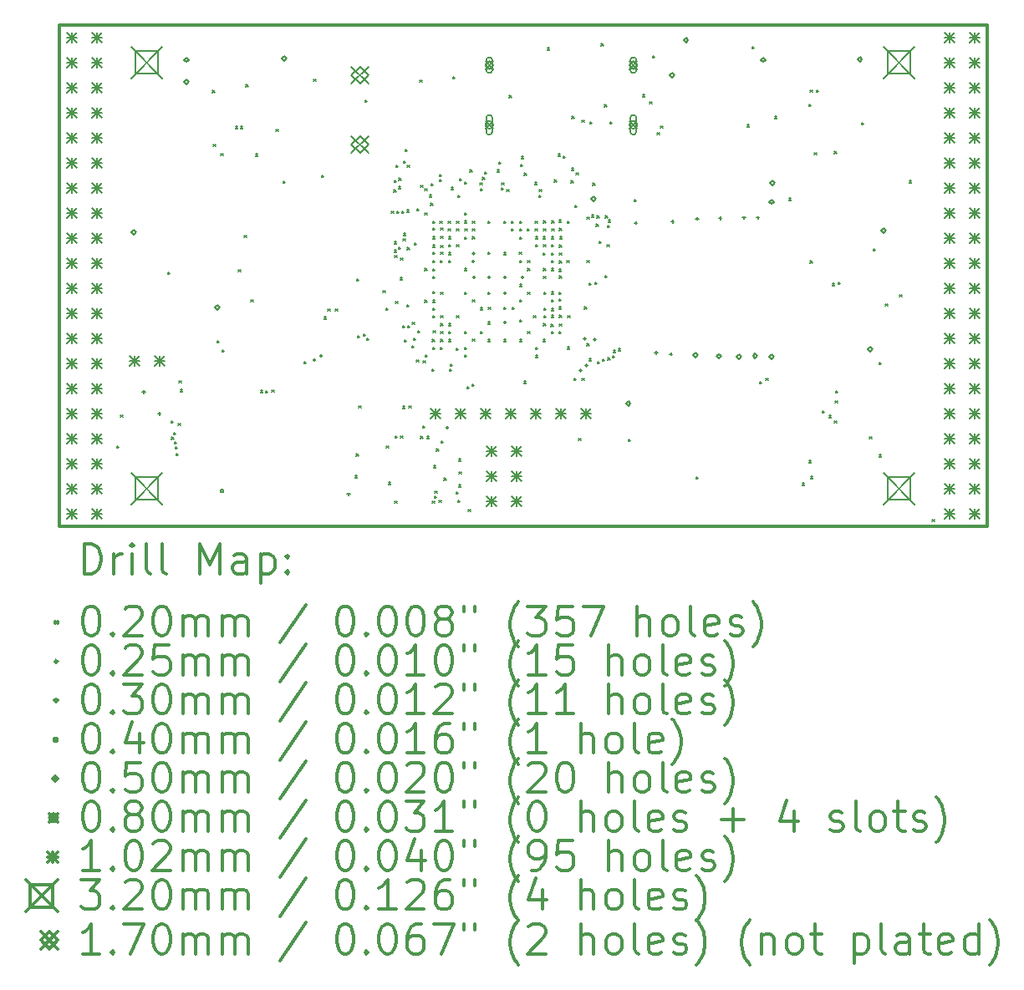
<source format=gbr>
%FSLAX45Y45*%
G04 Gerber Fmt 4.5, Leading zero omitted, Abs format (unit mm)*
G04 Created by KiCad (PCBNEW 4.0.7+dfsg1-1) date Tue Jan  9 13:07:26 2018*
%MOMM*%
%LPD*%
G01*
G04 APERTURE LIST*
%ADD10C,0.127000*%
%ADD11C,0.300000*%
%ADD12C,0.200000*%
G04 APERTURE END LIST*
D10*
D11*
X9410000Y-6142000D02*
X9410000Y-11222000D01*
X18808000Y-6142000D02*
X9410000Y-6142000D01*
X18808000Y-11222000D02*
X18808000Y-6142000D01*
X9410000Y-11222000D02*
X18808000Y-11222000D01*
D12*
X9998000Y-10410000D02*
X10018000Y-10430000D01*
X10018000Y-10410000D02*
X9998000Y-10430000D01*
X10035000Y-10094400D02*
X10055000Y-10114400D01*
X10055000Y-10094400D02*
X10035000Y-10114400D01*
X10514501Y-8649556D02*
X10534501Y-8669556D01*
X10534501Y-8649556D02*
X10514501Y-8669556D01*
X10547276Y-10156132D02*
X10567276Y-10176132D01*
X10567276Y-10156132D02*
X10547276Y-10176132D01*
X10552725Y-10321224D02*
X10572725Y-10341224D01*
X10572725Y-10321224D02*
X10552725Y-10341224D01*
X10571376Y-10271934D02*
X10591376Y-10291934D01*
X10591376Y-10271934D02*
X10571376Y-10291934D01*
X10579560Y-10366582D02*
X10599560Y-10386582D01*
X10599560Y-10366582D02*
X10579560Y-10386582D01*
X10589272Y-10418380D02*
X10609272Y-10438380D01*
X10609272Y-10418380D02*
X10589272Y-10438380D01*
X10598875Y-10487404D02*
X10618875Y-10507404D01*
X10618875Y-10487404D02*
X10598875Y-10507404D01*
X10617613Y-10179347D02*
X10637613Y-10199347D01*
X10637613Y-10179347D02*
X10617613Y-10199347D01*
X10626851Y-9749810D02*
X10646851Y-9769810D01*
X10646851Y-9749810D02*
X10626851Y-9769810D01*
X10637720Y-9838777D02*
X10657720Y-9858777D01*
X10657720Y-9838777D02*
X10637720Y-9858777D01*
X10966038Y-6807790D02*
X10986038Y-6827790D01*
X10986038Y-6807790D02*
X10966038Y-6827790D01*
X10974000Y-7352000D02*
X10994000Y-7372000D01*
X10994000Y-7352000D02*
X10974000Y-7372000D01*
X11014904Y-9343377D02*
X11034904Y-9363377D01*
X11034904Y-9343377D02*
X11014904Y-9363377D01*
X11049908Y-7448938D02*
X11069908Y-7468938D01*
X11069908Y-7448938D02*
X11049908Y-7468938D01*
X11061873Y-9435178D02*
X11081873Y-9455178D01*
X11081873Y-9435178D02*
X11061873Y-9455178D01*
X11197485Y-7171053D02*
X11217485Y-7191053D01*
X11217485Y-7171053D02*
X11197485Y-7191053D01*
X11227613Y-8622455D02*
X11247613Y-8642455D01*
X11247613Y-8622455D02*
X11227613Y-8642455D01*
X11251427Y-7170353D02*
X11271427Y-7190353D01*
X11271427Y-7170353D02*
X11251427Y-7190353D01*
X11288924Y-8276241D02*
X11308924Y-8296241D01*
X11308924Y-8276241D02*
X11288924Y-8296241D01*
X11305725Y-6746706D02*
X11325725Y-6766706D01*
X11325725Y-6746706D02*
X11305725Y-6766706D01*
X11355800Y-8926000D02*
X11375800Y-8946000D01*
X11375800Y-8926000D02*
X11355800Y-8946000D01*
X11400408Y-7451220D02*
X11420408Y-7471220D01*
X11420408Y-7451220D02*
X11400408Y-7471220D01*
X11450432Y-9847368D02*
X11470432Y-9867368D01*
X11470432Y-9847368D02*
X11450432Y-9867368D01*
X11506503Y-9849805D02*
X11526503Y-9869805D01*
X11526503Y-9849805D02*
X11506503Y-9869805D01*
X11565982Y-9840204D02*
X11585982Y-9860204D01*
X11585982Y-9840204D02*
X11565982Y-9860204D01*
X11609800Y-7198800D02*
X11629800Y-7218800D01*
X11629800Y-7198800D02*
X11609800Y-7218800D01*
X11681293Y-7725516D02*
X11701293Y-7745516D01*
X11701293Y-7725516D02*
X11681293Y-7745516D01*
X11890851Y-9556294D02*
X11910851Y-9576294D01*
X11910851Y-9556294D02*
X11890851Y-9576294D01*
X11990800Y-6690800D02*
X12010800Y-6710800D01*
X12010800Y-6690800D02*
X11990800Y-6710800D01*
X12073455Y-7667909D02*
X12093455Y-7687909D01*
X12093455Y-7667909D02*
X12073455Y-7687909D01*
X12094120Y-9102507D02*
X12114120Y-9122507D01*
X12114120Y-9102507D02*
X12094120Y-9122507D01*
X12133122Y-9021159D02*
X12153122Y-9041159D01*
X12153122Y-9021159D02*
X12133122Y-9041159D01*
X12210705Y-9019931D02*
X12230705Y-9039931D01*
X12230705Y-9019931D02*
X12210705Y-9039931D01*
X12410242Y-10710764D02*
X12430242Y-10730764D01*
X12430242Y-10710764D02*
X12410242Y-10730764D01*
X12422216Y-10490236D02*
X12442216Y-10510236D01*
X12442216Y-10490236D02*
X12422216Y-10510236D01*
X12426118Y-8717437D02*
X12446118Y-8737437D01*
X12446118Y-8717437D02*
X12426118Y-8737437D01*
X12426118Y-8717437D02*
X12446118Y-8737437D01*
X12446118Y-8717437D02*
X12426118Y-8737437D01*
X12435300Y-9294300D02*
X12455300Y-9314300D01*
X12455300Y-9294300D02*
X12435300Y-9314300D01*
X12448000Y-10005500D02*
X12468000Y-10025500D01*
X12468000Y-10005500D02*
X12448000Y-10025500D01*
X12493947Y-9273441D02*
X12513947Y-9293441D01*
X12513947Y-9273441D02*
X12493947Y-9293441D01*
X12509354Y-6905685D02*
X12529354Y-6925685D01*
X12529354Y-6905685D02*
X12509354Y-6925685D01*
X12525648Y-9315540D02*
X12545648Y-9335540D01*
X12545648Y-9315540D02*
X12525648Y-9335540D01*
X12694005Y-8832641D02*
X12714005Y-8852641D01*
X12714005Y-8832641D02*
X12694005Y-8852641D01*
X12720827Y-9012146D02*
X12740827Y-9032146D01*
X12740827Y-9012146D02*
X12720827Y-9032146D01*
X12728568Y-10410367D02*
X12748568Y-10430367D01*
X12748568Y-10410367D02*
X12728568Y-10430367D01*
X12748660Y-10777504D02*
X12768660Y-10797504D01*
X12768660Y-10777504D02*
X12748660Y-10797504D01*
X12778962Y-8030743D02*
X12798962Y-8050743D01*
X12798962Y-8030743D02*
X12778962Y-8050743D01*
X12802557Y-7813365D02*
X12822557Y-7833365D01*
X12822557Y-7813365D02*
X12802557Y-7833365D01*
X12805201Y-7715784D02*
X12825201Y-7735784D01*
X12825201Y-7715784D02*
X12805201Y-7735784D01*
X12806546Y-8340972D02*
X12826546Y-8360972D01*
X12826546Y-8340972D02*
X12806546Y-8360972D01*
X12808202Y-8425374D02*
X12828202Y-8445374D01*
X12828202Y-8425374D02*
X12808202Y-8445374D01*
X12810769Y-8478012D02*
X12830769Y-8498012D01*
X12830769Y-8478012D02*
X12810769Y-8498012D01*
X12811634Y-10966034D02*
X12831634Y-10986034D01*
X12831634Y-10966034D02*
X12811634Y-10986034D01*
X12818000Y-10310000D02*
X12838000Y-10330000D01*
X12838000Y-10310000D02*
X12818000Y-10330000D01*
X12821209Y-8945692D02*
X12841209Y-8965692D01*
X12841209Y-8945692D02*
X12821209Y-8965692D01*
X12823318Y-7566981D02*
X12843318Y-7586981D01*
X12843318Y-7566981D02*
X12823318Y-7586981D01*
X12831658Y-8029985D02*
X12851658Y-8049985D01*
X12851658Y-8029985D02*
X12831658Y-8049985D01*
X12849054Y-7779404D02*
X12869054Y-7799404D01*
X12869054Y-7779404D02*
X12849054Y-7799404D01*
X12852266Y-8396464D02*
X12872266Y-8416464D01*
X12872266Y-8396464D02*
X12852266Y-8416464D01*
X12854493Y-7695003D02*
X12874493Y-7715003D01*
X12874493Y-7695003D02*
X12854493Y-7715003D01*
X12867665Y-8702786D02*
X12887665Y-8722786D01*
X12887665Y-8702786D02*
X12867665Y-8722786D01*
X12870682Y-10308590D02*
X12890682Y-10328590D01*
X12890682Y-10308590D02*
X12870682Y-10328590D01*
X12872311Y-8505356D02*
X12892311Y-8525356D01*
X12892311Y-8505356D02*
X12872311Y-8525356D01*
X12884359Y-8029973D02*
X12904359Y-8049973D01*
X12904359Y-8029973D02*
X12884359Y-8049973D01*
X12890520Y-10007480D02*
X12910520Y-10027480D01*
X12910520Y-10007480D02*
X12890520Y-10027480D01*
X12890672Y-9188599D02*
X12910672Y-9208599D01*
X12910672Y-9188599D02*
X12890672Y-9208599D01*
X12895438Y-8307924D02*
X12915438Y-8327924D01*
X12915438Y-8307924D02*
X12895438Y-8327924D01*
X12900909Y-8255507D02*
X12920909Y-8275507D01*
X12920909Y-8255507D02*
X12900909Y-8275507D01*
X12902508Y-7521580D02*
X12922508Y-7541580D01*
X12922508Y-7521580D02*
X12902508Y-7541580D01*
X12908218Y-9334105D02*
X12928218Y-9354105D01*
X12928218Y-9334105D02*
X12908218Y-9354105D01*
X12915222Y-7404246D02*
X12935222Y-7424246D01*
X12935222Y-7404246D02*
X12915222Y-7424246D01*
X12934924Y-8977393D02*
X12954924Y-8997393D01*
X12954924Y-8977393D02*
X12934924Y-8997393D01*
X12935799Y-8018511D02*
X12955799Y-8038511D01*
X12955799Y-8018511D02*
X12935799Y-8038511D01*
X12938767Y-8397993D02*
X12958767Y-8417993D01*
X12958767Y-8397993D02*
X12938767Y-8417993D01*
X12939334Y-7563781D02*
X12959334Y-7583781D01*
X12959334Y-7563781D02*
X12939334Y-7583781D01*
X12943373Y-9188599D02*
X12963373Y-9208599D01*
X12963373Y-9188599D02*
X12943373Y-9208599D01*
X12956000Y-10005500D02*
X12976000Y-10025500D01*
X12976000Y-10005500D02*
X12956000Y-10025500D01*
X12987831Y-9391914D02*
X13007831Y-9411914D01*
X13007831Y-9391914D02*
X12987831Y-9411914D01*
X12988324Y-9156898D02*
X13008324Y-9176898D01*
X13008324Y-9156898D02*
X12988324Y-9176898D01*
X13003525Y-9318871D02*
X13023525Y-9338871D01*
X13023525Y-9318871D02*
X13003525Y-9338871D01*
X13010463Y-8349948D02*
X13030463Y-8369948D01*
X13030463Y-8349948D02*
X13010463Y-8369948D01*
X13032200Y-9535600D02*
X13052200Y-9555600D01*
X13052200Y-9535600D02*
X13032200Y-9555600D01*
X13038990Y-8006723D02*
X13058990Y-8026723D01*
X13058990Y-8006723D02*
X13038990Y-8026723D01*
X13046657Y-9241208D02*
X13066657Y-9261208D01*
X13066657Y-9241208D02*
X13046657Y-9261208D01*
X13066199Y-6701962D02*
X13086199Y-6721962D01*
X13086199Y-6701962D02*
X13066199Y-6721962D01*
X13073949Y-10310829D02*
X13093949Y-10330829D01*
X13093949Y-10310829D02*
X13073949Y-10330829D01*
X13075683Y-7768682D02*
X13095683Y-7788682D01*
X13095683Y-7768682D02*
X13075683Y-7788682D01*
X13093907Y-10208700D02*
X13113907Y-10228700D01*
X13113907Y-10208700D02*
X13093907Y-10228700D01*
X13098471Y-9546418D02*
X13118471Y-9566418D01*
X13118471Y-9546418D02*
X13098471Y-9566418D01*
X13115313Y-7803422D02*
X13135313Y-7823422D01*
X13135313Y-7803422D02*
X13115313Y-7823422D01*
X13117530Y-8049575D02*
X13137530Y-8069575D01*
X13137530Y-8049575D02*
X13117530Y-8069575D01*
X13117831Y-8611310D02*
X13137831Y-8631310D01*
X13137831Y-8611310D02*
X13117831Y-8631310D01*
X13117950Y-8930733D02*
X13137950Y-8950733D01*
X13137950Y-8930733D02*
X13117950Y-8950733D01*
X13121616Y-9485914D02*
X13141616Y-9505914D01*
X13141616Y-9485914D02*
X13121616Y-9505914D01*
X13135385Y-10310829D02*
X13155385Y-10330829D01*
X13155385Y-10310829D02*
X13135385Y-10330829D01*
X13160933Y-7864587D02*
X13180933Y-7884587D01*
X13180933Y-7864587D02*
X13160933Y-7884587D01*
X13174731Y-7948989D02*
X13194731Y-7968989D01*
X13194731Y-7948989D02*
X13174731Y-7968989D01*
X13182329Y-7748485D02*
X13202329Y-7768485D01*
X13202329Y-7748485D02*
X13182329Y-7768485D01*
X13188633Y-9630479D02*
X13208633Y-9650479D01*
X13208633Y-9630479D02*
X13188633Y-9650479D01*
X13192441Y-10966678D02*
X13212441Y-10986678D01*
X13212441Y-10966678D02*
X13192441Y-10986678D01*
X13193199Y-9330000D02*
X13213199Y-9350000D01*
X13213199Y-9330000D02*
X13193199Y-9350000D01*
X13196210Y-8443398D02*
X13216210Y-8463398D01*
X13216210Y-8443398D02*
X13196210Y-8463398D01*
X13197298Y-8527799D02*
X13217298Y-8547799D01*
X13217298Y-8527799D02*
X13197298Y-8547799D01*
X13197562Y-8931064D02*
X13217562Y-8951064D01*
X13217562Y-8931064D02*
X13197562Y-8951064D01*
X13197765Y-9087799D02*
X13217765Y-9107799D01*
X13217765Y-9087799D02*
X13197765Y-9107799D01*
X13197902Y-8288404D02*
X13217902Y-8308404D01*
X13217902Y-8288404D02*
X13197902Y-8308404D01*
X13198000Y-8130000D02*
X13218000Y-8150000D01*
X13218000Y-8130000D02*
X13198000Y-8150000D01*
X13198000Y-8690000D02*
X13218000Y-8710000D01*
X13218000Y-8690000D02*
X13198000Y-8710000D01*
X13198000Y-9410000D02*
X13218000Y-9430000D01*
X13218000Y-9410000D02*
X13198000Y-9430000D01*
X13198001Y-8200333D02*
X13218001Y-8220333D01*
X13218001Y-8200333D02*
X13198001Y-8220333D01*
X13198296Y-9011078D02*
X13218296Y-9031078D01*
X13218296Y-9011078D02*
X13198296Y-9031078D01*
X13198303Y-8616041D02*
X13218303Y-8636041D01*
X13218303Y-8616041D02*
X13198303Y-8636041D01*
X13198368Y-8372806D02*
X13218368Y-8392806D01*
X13218368Y-8372806D02*
X13198368Y-8392806D01*
X13198405Y-8845827D02*
X13218405Y-8865827D01*
X13218405Y-8845827D02*
X13198405Y-8865827D01*
X13201075Y-9242748D02*
X13221075Y-9262748D01*
X13221075Y-9242748D02*
X13201075Y-9262748D01*
X13206286Y-10608587D02*
X13226286Y-10628587D01*
X13226286Y-10608587D02*
X13206286Y-10628587D01*
X13211973Y-10917729D02*
X13231973Y-10937729D01*
X13231973Y-10917729D02*
X13211973Y-10937729D01*
X13218587Y-10865445D02*
X13238587Y-10885445D01*
X13238587Y-10865445D02*
X13218587Y-10885445D01*
X13236800Y-10440341D02*
X13256800Y-10460341D01*
X13256800Y-10440341D02*
X13236800Y-10460341D01*
X13260800Y-10958000D02*
X13280800Y-10978000D01*
X13280800Y-10958000D02*
X13260800Y-10978000D01*
X13263724Y-7657621D02*
X13283724Y-7677621D01*
X13283724Y-7657621D02*
X13263724Y-7677621D01*
X13266117Y-7710267D02*
X13286117Y-7730267D01*
X13286117Y-7710267D02*
X13266117Y-7730267D01*
X13268334Y-8130000D02*
X13288334Y-8150000D01*
X13288334Y-8130000D02*
X13268334Y-8150000D01*
X13273464Y-8527799D02*
X13293464Y-8547799D01*
X13293464Y-8527799D02*
X13273464Y-8547799D01*
X13274623Y-9409707D02*
X13294623Y-9429707D01*
X13294623Y-9409707D02*
X13274623Y-9429707D01*
X13276300Y-8202454D02*
X13296300Y-8222454D01*
X13296300Y-8202454D02*
X13276300Y-8222454D01*
X13277177Y-8443398D02*
X13297177Y-8463398D01*
X13297177Y-8443398D02*
X13277177Y-8463398D01*
X13277261Y-8286855D02*
X13297261Y-8306855D01*
X13297261Y-8286855D02*
X13277261Y-8306855D01*
X13278000Y-8850000D02*
X13298000Y-8870000D01*
X13298000Y-8850000D02*
X13278000Y-8870000D01*
X13278000Y-9090000D02*
X13298000Y-9110000D01*
X13298000Y-9090000D02*
X13278000Y-9110000D01*
X13278000Y-9170000D02*
X13298000Y-9190000D01*
X13298000Y-9170000D02*
X13278000Y-9190000D01*
X13278000Y-9250000D02*
X13298000Y-9270000D01*
X13298000Y-9250000D02*
X13278000Y-9270000D01*
X13278000Y-9330000D02*
X13298000Y-9350000D01*
X13298000Y-9330000D02*
X13278000Y-9350000D01*
X13278089Y-8379783D02*
X13298089Y-8399784D01*
X13298089Y-8379783D02*
X13278089Y-8399784D01*
X13283696Y-10361100D02*
X13303696Y-10381100D01*
X13303696Y-10361100D02*
X13283696Y-10381100D01*
X13311600Y-10736500D02*
X13331600Y-10756500D01*
X13331600Y-10736500D02*
X13311600Y-10756500D01*
X13352736Y-8131468D02*
X13372736Y-8151468D01*
X13372736Y-8131468D02*
X13352736Y-8151468D01*
X13354839Y-8209060D02*
X13374839Y-8229060D01*
X13374839Y-8209060D02*
X13354839Y-8229060D01*
X13357194Y-8449520D02*
X13377194Y-8469520D01*
X13377194Y-8449520D02*
X13357194Y-8469520D01*
X13358000Y-8290000D02*
X13378000Y-8310000D01*
X13378000Y-8290000D02*
X13358000Y-8310000D01*
X13358000Y-8370000D02*
X13378000Y-8390000D01*
X13378000Y-8370000D02*
X13358000Y-8390000D01*
X13358000Y-8530000D02*
X13378000Y-8550000D01*
X13378000Y-8530000D02*
X13358000Y-8550000D01*
X13358000Y-9170000D02*
X13378000Y-9190000D01*
X13378000Y-9170000D02*
X13358000Y-9190000D01*
X13358000Y-9250000D02*
X13378000Y-9270000D01*
X13378000Y-9250000D02*
X13358000Y-9270000D01*
X13358548Y-9330230D02*
X13378548Y-9350230D01*
X13378548Y-9330230D02*
X13358548Y-9350230D01*
X13366285Y-9629515D02*
X13386285Y-9649515D01*
X13386285Y-9629515D02*
X13366285Y-9649515D01*
X13375239Y-9577580D02*
X13395239Y-9597580D01*
X13395239Y-9577580D02*
X13375239Y-9597580D01*
X13384238Y-7788077D02*
X13404238Y-7808077D01*
X13404238Y-7788077D02*
X13384238Y-7808077D01*
X13397916Y-6668615D02*
X13417916Y-6688615D01*
X13417916Y-6668615D02*
X13397916Y-6688615D01*
X13435582Y-9416717D02*
X13455582Y-9436717D01*
X13455582Y-9416717D02*
X13435582Y-9436717D01*
X13436400Y-10874197D02*
X13456400Y-10894197D01*
X13456400Y-10874197D02*
X13436400Y-10894197D01*
X13437137Y-8130675D02*
X13457137Y-8150675D01*
X13457137Y-8130675D02*
X13437137Y-8150675D01*
X13437651Y-8208015D02*
X13457651Y-8228015D01*
X13457651Y-8208015D02*
X13437651Y-8228015D01*
X13438000Y-8370000D02*
X13458000Y-8390000D01*
X13458000Y-8370000D02*
X13438000Y-8390000D01*
X13438000Y-9090000D02*
X13458000Y-9110000D01*
X13458000Y-9090000D02*
X13438000Y-9110000D01*
X13451300Y-7871900D02*
X13471300Y-7891900D01*
X13471300Y-7871900D02*
X13451300Y-7891900D01*
X13453687Y-10961995D02*
X13473687Y-10981995D01*
X13473687Y-10961995D02*
X13453687Y-10981995D01*
X13457587Y-10803159D02*
X13477587Y-10823159D01*
X13477587Y-10803159D02*
X13457587Y-10823159D01*
X13460735Y-10540845D02*
X13480735Y-10560845D01*
X13480735Y-10540845D02*
X13460735Y-10560845D01*
X13465065Y-10671051D02*
X13485065Y-10691051D01*
X13485065Y-10671051D02*
X13465065Y-10691051D01*
X13465805Y-7703014D02*
X13485805Y-7723014D01*
X13485805Y-7703014D02*
X13465805Y-7723014D01*
X13517331Y-8851860D02*
X13537331Y-8871860D01*
X13537331Y-8851860D02*
X13517331Y-8871860D01*
X13518000Y-8292201D02*
X13538000Y-8312201D01*
X13538000Y-8292201D02*
X13518000Y-8312201D01*
X13518000Y-8610000D02*
X13538000Y-8630000D01*
X13538000Y-8610000D02*
X13518000Y-8630000D01*
X13518000Y-9250000D02*
X13538000Y-9270000D01*
X13538000Y-9250000D02*
X13518000Y-9270000D01*
X13518006Y-7736330D02*
X13538006Y-7756330D01*
X13538006Y-7736330D02*
X13518006Y-7756330D01*
X13518128Y-8048312D02*
X13538128Y-8068312D01*
X13538128Y-8048312D02*
X13518128Y-8068312D01*
X13518463Y-9488530D02*
X13538463Y-9508530D01*
X13538463Y-9488530D02*
X13518463Y-9508530D01*
X13518862Y-9412562D02*
X13538862Y-9432562D01*
X13538862Y-9412562D02*
X13518862Y-9432562D01*
X13521538Y-8129192D02*
X13541538Y-8149192D01*
X13541538Y-8129192D02*
X13521538Y-8149192D01*
X13522052Y-8209644D02*
X13542052Y-8229644D01*
X13542052Y-8209644D02*
X13522052Y-8229644D01*
X13541702Y-9806717D02*
X13561702Y-9826717D01*
X13561702Y-9806717D02*
X13541702Y-9826717D01*
X13555656Y-11051071D02*
X13575656Y-11071071D01*
X13575656Y-11051071D02*
X13555656Y-11071071D01*
X13573070Y-7610061D02*
X13593070Y-7630061D01*
X13593070Y-7610061D02*
X13573070Y-7630061D01*
X13592822Y-9782273D02*
X13612822Y-9802273D01*
X13612822Y-9782273D02*
X13592822Y-9802273D01*
X13598000Y-8210000D02*
X13618000Y-8230000D01*
X13618000Y-8210000D02*
X13598000Y-8230000D01*
X13598000Y-8290000D02*
X13618000Y-8310000D01*
X13618000Y-8290000D02*
X13598000Y-8310000D01*
X13598517Y-8929483D02*
X13618517Y-8949483D01*
X13618517Y-8929483D02*
X13598517Y-8949483D01*
X13599596Y-9326965D02*
X13619596Y-9346965D01*
X13619596Y-9326965D02*
X13599596Y-9346965D01*
X13599639Y-8129507D02*
X13619639Y-8149507D01*
X13619639Y-8129507D02*
X13599639Y-8149507D01*
X13675954Y-7745082D02*
X13695954Y-7765082D01*
X13695954Y-7745082D02*
X13675954Y-7765082D01*
X13678000Y-9250000D02*
X13698000Y-9270000D01*
X13698000Y-9250000D02*
X13678000Y-9270000D01*
X13678517Y-9009483D02*
X13698517Y-9029483D01*
X13698517Y-9009483D02*
X13678517Y-9029483D01*
X13682206Y-7799789D02*
X13702206Y-7819789D01*
X13702206Y-7799789D02*
X13682206Y-7819789D01*
X13700695Y-7687992D02*
X13720695Y-7707992D01*
X13720695Y-7687992D02*
X13700695Y-7707992D01*
X13720873Y-7631502D02*
X13740873Y-7651502D01*
X13740873Y-7631502D02*
X13720873Y-7651502D01*
X13755905Y-9153803D02*
X13775905Y-9173803D01*
X13775905Y-9153803D02*
X13755905Y-9173803D01*
X13758000Y-8130000D02*
X13778000Y-8150000D01*
X13778000Y-8130000D02*
X13758000Y-8150000D01*
X13758000Y-8850000D02*
X13778000Y-8870000D01*
X13778000Y-8850000D02*
X13758000Y-8870000D01*
X13758000Y-9330000D02*
X13778000Y-9350000D01*
X13778000Y-9330000D02*
X13758000Y-9350000D01*
X13758056Y-8443409D02*
X13778056Y-8463409D01*
X13778056Y-8443409D02*
X13758056Y-8463409D01*
X13758900Y-9002299D02*
X13778900Y-9022299D01*
X13778900Y-9002299D02*
X13758900Y-9022299D01*
X13848000Y-7610000D02*
X13868000Y-7630000D01*
X13868000Y-7610000D02*
X13848000Y-7630000D01*
X13867920Y-7530076D02*
X13887920Y-7550076D01*
X13887920Y-7530076D02*
X13867920Y-7550076D01*
X13893411Y-7794095D02*
X13913411Y-7814095D01*
X13913411Y-7794095D02*
X13893411Y-7814095D01*
X13894675Y-7741409D02*
X13914675Y-7761409D01*
X13914675Y-7741409D02*
X13894675Y-7761409D01*
X13917252Y-8451135D02*
X13937252Y-8471135D01*
X13937252Y-8451135D02*
X13917252Y-8471135D01*
X13918000Y-8130000D02*
X13938000Y-8150000D01*
X13938000Y-8130000D02*
X13918000Y-8150000D01*
X13918000Y-9002299D02*
X13938000Y-9022299D01*
X13938000Y-9002299D02*
X13918000Y-9022299D01*
X13918000Y-9330000D02*
X13938000Y-9350000D01*
X13938000Y-9330000D02*
X13918000Y-9350000D01*
X13947862Y-7810586D02*
X13967862Y-7830586D01*
X13967862Y-7810586D02*
X13947862Y-7830586D01*
X13972000Y-6856567D02*
X13992000Y-6876567D01*
X13992000Y-6856567D02*
X13972000Y-6876567D01*
X13993095Y-8210000D02*
X14013095Y-8230000D01*
X14013095Y-8210000D02*
X13993095Y-8230000D01*
X13993599Y-8130000D02*
X14013599Y-8150000D01*
X14013599Y-8130000D02*
X13993599Y-8150000D01*
X13999489Y-9002299D02*
X14019489Y-9022299D01*
X14019489Y-9002299D02*
X13999489Y-9022299D01*
X14073600Y-8443400D02*
X14093600Y-8463400D01*
X14093600Y-8443400D02*
X14073600Y-8463400D01*
X14076403Y-8294140D02*
X14096403Y-8314140D01*
X14096403Y-8294140D02*
X14076403Y-8314140D01*
X14077419Y-9133335D02*
X14097419Y-9153335D01*
X14097419Y-9133335D02*
X14077419Y-9153335D01*
X14077497Y-8207716D02*
X14097497Y-8227716D01*
X14097497Y-8207716D02*
X14077497Y-8227716D01*
X14078000Y-8130000D02*
X14098000Y-8150000D01*
X14098000Y-8130000D02*
X14078000Y-8150000D01*
X14078000Y-8530000D02*
X14098000Y-8550000D01*
X14098000Y-8530000D02*
X14078000Y-8550000D01*
X14078000Y-8770000D02*
X14098000Y-8790000D01*
X14098000Y-8770000D02*
X14078000Y-8790000D01*
X14078000Y-8930000D02*
X14098000Y-8950000D01*
X14098000Y-8930000D02*
X14078000Y-8950000D01*
X14078000Y-9330000D02*
X14098000Y-9350000D01*
X14098000Y-9330000D02*
X14078000Y-9350000D01*
X14088006Y-7558194D02*
X14108006Y-7578194D01*
X14108006Y-7558194D02*
X14088006Y-7578194D01*
X14094664Y-7477380D02*
X14114664Y-7497380D01*
X14114664Y-7477380D02*
X14094664Y-7497380D01*
X14118066Y-9754201D02*
X14138066Y-9774201D01*
X14138066Y-9754201D02*
X14118066Y-9774201D01*
X14124297Y-7645500D02*
X14144297Y-7665500D01*
X14144297Y-7645500D02*
X14124297Y-7665500D01*
X14156269Y-8210778D02*
X14176269Y-8230778D01*
X14176269Y-8210778D02*
X14156269Y-8230778D01*
X14158000Y-8530000D02*
X14178000Y-8550000D01*
X14178000Y-8530000D02*
X14158000Y-8550000D01*
X14158000Y-8610000D02*
X14178000Y-8630000D01*
X14178000Y-8610000D02*
X14158000Y-8630000D01*
X14158000Y-8850000D02*
X14178000Y-8870000D01*
X14178000Y-8850000D02*
X14158000Y-8870000D01*
X14158000Y-9250000D02*
X14178000Y-9270000D01*
X14178000Y-9250000D02*
X14158000Y-9270000D01*
X14217799Y-9090000D02*
X14237799Y-9110000D01*
X14237799Y-9090000D02*
X14217799Y-9110000D01*
X14227745Y-7739745D02*
X14247745Y-7759745D01*
X14247745Y-7739745D02*
X14227745Y-7759745D01*
X14233746Y-8208147D02*
X14253746Y-8228147D01*
X14253746Y-8208147D02*
X14233746Y-8228147D01*
X14235691Y-8130580D02*
X14255691Y-8150580D01*
X14255691Y-8130580D02*
X14235691Y-8150580D01*
X14237355Y-8289891D02*
X14257355Y-8309891D01*
X14257355Y-8289891D02*
X14237355Y-8309891D01*
X14238000Y-8370000D02*
X14258000Y-8390000D01*
X14258000Y-8370000D02*
X14238000Y-8390000D01*
X14238000Y-9410000D02*
X14258000Y-9430000D01*
X14258000Y-9410000D02*
X14238000Y-9430000D01*
X14238000Y-9490000D02*
X14258000Y-9510000D01*
X14258000Y-9490000D02*
X14238000Y-9510000D01*
X14274121Y-7868425D02*
X14294121Y-7888425D01*
X14294121Y-7868425D02*
X14274121Y-7888425D01*
X14276427Y-7811737D02*
X14296427Y-7831737D01*
X14296427Y-7811737D02*
X14276427Y-7831737D01*
X14315799Y-8290000D02*
X14335799Y-8310000D01*
X14335799Y-8290000D02*
X14315799Y-8310000D01*
X14316000Y-8452000D02*
X14336000Y-8472000D01*
X14336000Y-8452000D02*
X14316000Y-8472000D01*
X14316969Y-9331491D02*
X14336969Y-9351491D01*
X14336969Y-9331491D02*
X14316969Y-9351491D01*
X14318000Y-8370000D02*
X14338000Y-8390000D01*
X14338000Y-8370000D02*
X14318000Y-8390000D01*
X14318000Y-8690000D02*
X14338000Y-8710000D01*
X14338000Y-8690000D02*
X14318000Y-8710000D01*
X14318000Y-9170000D02*
X14338000Y-9190000D01*
X14338000Y-9170000D02*
X14318000Y-9190000D01*
X14318147Y-8210607D02*
X14338147Y-8230607D01*
X14338147Y-8210607D02*
X14318147Y-8230607D01*
X14320000Y-8612000D02*
X14340000Y-8632000D01*
X14340000Y-8612000D02*
X14320000Y-8632000D01*
X14320092Y-8127729D02*
X14340092Y-8147729D01*
X14340092Y-8127729D02*
X14320092Y-8147729D01*
X14322201Y-8849503D02*
X14342201Y-8869503D01*
X14342201Y-8849503D02*
X14322201Y-8869503D01*
X14322201Y-9010195D02*
X14342201Y-9030195D01*
X14342201Y-9010195D02*
X14322201Y-9030195D01*
X14322201Y-9090066D02*
X14342201Y-9110066D01*
X14342201Y-9090066D02*
X14322201Y-9110066D01*
X14355067Y-6376252D02*
X14375067Y-6396252D01*
X14375067Y-6376252D02*
X14355067Y-6396252D01*
X14396483Y-9177765D02*
X14416483Y-9197765D01*
X14416483Y-9177765D02*
X14396483Y-9197765D01*
X14397624Y-8929530D02*
X14417624Y-8949530D01*
X14417624Y-8929530D02*
X14397624Y-8949530D01*
X14397701Y-9016697D02*
X14417701Y-9036697D01*
X14417701Y-9016697D02*
X14397701Y-9036697D01*
X14398000Y-8610000D02*
X14418000Y-8630000D01*
X14418000Y-8610000D02*
X14398000Y-8630000D01*
X14398000Y-9085650D02*
X14418000Y-9105650D01*
X14418000Y-9085650D02*
X14398000Y-9105650D01*
X14398283Y-8848451D02*
X14418283Y-8868451D01*
X14418283Y-8848451D02*
X14398283Y-8868451D01*
X14400201Y-8290000D02*
X14420201Y-8310000D01*
X14420201Y-8290000D02*
X14400201Y-8310000D01*
X14400201Y-8529722D02*
X14420201Y-8549722D01*
X14420201Y-8529722D02*
X14400201Y-8549722D01*
X14400319Y-8367799D02*
X14420319Y-8387799D01*
X14420319Y-8367799D02*
X14400319Y-8387799D01*
X14400350Y-8456040D02*
X14420350Y-8476040D01*
X14420350Y-8456040D02*
X14400350Y-8476040D01*
X14401325Y-9248876D02*
X14421325Y-9268876D01*
X14421325Y-9248876D02*
X14401325Y-9268876D01*
X14402549Y-8208647D02*
X14422549Y-8228647D01*
X14422549Y-8208647D02*
X14402549Y-8228647D01*
X14404493Y-8128708D02*
X14424493Y-8148708D01*
X14424493Y-8128708D02*
X14404493Y-8148708D01*
X14429487Y-7711993D02*
X14449487Y-7731993D01*
X14449487Y-7711993D02*
X14429487Y-7731993D01*
X14468000Y-7449038D02*
X14488000Y-7469038D01*
X14488000Y-7449038D02*
X14468000Y-7469038D01*
X14475581Y-8916848D02*
X14495581Y-8936848D01*
X14495581Y-8916848D02*
X14475581Y-8936848D01*
X14476724Y-9001248D02*
X14496724Y-9021248D01*
X14496724Y-9001248D02*
X14476724Y-9021248D01*
X14477515Y-8619275D02*
X14497515Y-8639275D01*
X14497515Y-8619275D02*
X14477515Y-8639275D01*
X14477765Y-8852201D02*
X14497765Y-8872201D01*
X14497765Y-8852201D02*
X14477765Y-8872201D01*
X14478001Y-8120333D02*
X14498001Y-8140333D01*
X14498001Y-8120333D02*
X14478001Y-8140333D01*
X14478235Y-9247799D02*
X14498235Y-9267799D01*
X14498235Y-9247799D02*
X14478235Y-9267799D01*
X14478812Y-8204734D02*
X14498812Y-8224734D01*
X14498812Y-8204734D02*
X14478812Y-8224734D01*
X14478935Y-8534874D02*
X14498935Y-8554874D01*
X14498935Y-8534874D02*
X14478935Y-8554874D01*
X14479432Y-8687756D02*
X14499432Y-8707756D01*
X14499432Y-8687756D02*
X14479432Y-8707756D01*
X14479670Y-8373537D02*
X14499670Y-8393537D01*
X14499670Y-8373537D02*
X14479670Y-8393537D01*
X14480000Y-9172000D02*
X14500000Y-9192000D01*
X14500000Y-9172000D02*
X14480000Y-9192000D01*
X14480294Y-9085650D02*
X14500294Y-9105650D01*
X14500294Y-9085650D02*
X14480294Y-9105650D01*
X14481241Y-8453582D02*
X14501241Y-8473582D01*
X14501241Y-8453582D02*
X14481241Y-8473582D01*
X14481689Y-8289136D02*
X14501689Y-8309136D01*
X14501689Y-8289136D02*
X14481689Y-8309136D01*
X14515569Y-7471722D02*
X14535569Y-7491722D01*
X14535569Y-7471722D02*
X14515569Y-7491722D01*
X14557281Y-8529606D02*
X14577281Y-8549606D01*
X14577281Y-8529606D02*
X14557281Y-8549606D01*
X14558000Y-8130512D02*
X14578000Y-8150512D01*
X14578000Y-8130512D02*
X14558000Y-8150512D01*
X14559124Y-9406675D02*
X14579124Y-9426675D01*
X14579124Y-9406675D02*
X14559124Y-9426675D01*
X14565987Y-9091018D02*
X14585987Y-9111018D01*
X14585987Y-9091018D02*
X14565987Y-9111018D01*
X14598908Y-7720057D02*
X14618908Y-7740057D01*
X14618908Y-7720057D02*
X14598908Y-7740057D01*
X14603080Y-7596013D02*
X14623080Y-7616013D01*
X14623080Y-7596013D02*
X14603080Y-7616013D01*
X14608000Y-7070000D02*
X14628000Y-7090000D01*
X14628000Y-7070000D02*
X14608000Y-7090000D01*
X14629479Y-9723392D02*
X14649479Y-9743392D01*
X14649479Y-9723392D02*
X14629479Y-9743392D01*
X14638141Y-7971938D02*
X14658141Y-7991938D01*
X14658141Y-7971938D02*
X14638141Y-7991938D01*
X14647773Y-7640082D02*
X14667773Y-7660082D01*
X14667773Y-7640082D02*
X14647773Y-7660082D01*
X14674429Y-10335274D02*
X14694429Y-10355274D01*
X14694429Y-10335274D02*
X14674429Y-10355274D01*
X14707598Y-9723392D02*
X14727598Y-9743392D01*
X14727598Y-9723392D02*
X14707598Y-9743392D01*
X14708600Y-7110000D02*
X14728600Y-7130000D01*
X14728600Y-7110000D02*
X14708600Y-7130000D01*
X14733095Y-9001248D02*
X14753095Y-9021248D01*
X14753095Y-9001248D02*
X14733095Y-9021248D01*
X14758739Y-8527409D02*
X14778739Y-8547409D01*
X14778739Y-8527409D02*
X14758739Y-8547409D01*
X14758831Y-8088311D02*
X14778831Y-8108311D01*
X14778831Y-8088311D02*
X14758831Y-8108311D01*
X14760000Y-9372000D02*
X14780000Y-9392000D01*
X14780000Y-9372000D02*
X14760000Y-9392000D01*
X14781079Y-8758342D02*
X14801079Y-8778342D01*
X14801079Y-8758342D02*
X14781079Y-8778342D01*
X14782886Y-9523902D02*
X14802886Y-9543902D01*
X14802886Y-9523902D02*
X14782886Y-9543902D01*
X14788315Y-7124708D02*
X14808315Y-7144708D01*
X14808315Y-7124708D02*
X14788315Y-7144708D01*
X14807525Y-8068155D02*
X14827525Y-8088155D01*
X14827525Y-8068155D02*
X14807525Y-8088155D01*
X14817193Y-7745807D02*
X14837193Y-7765807D01*
X14837193Y-7745807D02*
X14817193Y-7765807D01*
X14838354Y-8750817D02*
X14858354Y-8770817D01*
X14858354Y-8750817D02*
X14838354Y-8770817D01*
X14851066Y-8160586D02*
X14871066Y-8180586D01*
X14871066Y-8160586D02*
X14851066Y-8180586D01*
X14859611Y-8076185D02*
X14879611Y-8096185D01*
X14879611Y-8076185D02*
X14859611Y-8096185D01*
X14864798Y-9556963D02*
X14884798Y-9576963D01*
X14884798Y-9556963D02*
X14864798Y-9576963D01*
X14882151Y-8334201D02*
X14902151Y-8354201D01*
X14902151Y-8334201D02*
X14882151Y-8354201D01*
X14903412Y-6332405D02*
X14923412Y-6352405D01*
X14923412Y-6332405D02*
X14903412Y-6352405D01*
X14918439Y-9527799D02*
X14938439Y-9547799D01*
X14938439Y-9527799D02*
X14918439Y-9547799D01*
X14937595Y-6951968D02*
X14957595Y-6971968D01*
X14957595Y-6951968D02*
X14937595Y-6971968D01*
X14943392Y-8680994D02*
X14963392Y-8700994D01*
X14963392Y-8680994D02*
X14943392Y-8700994D01*
X14944975Y-8076843D02*
X14964975Y-8096843D01*
X14964975Y-8076843D02*
X14944975Y-8096843D01*
X14963249Y-8370769D02*
X14983249Y-8390769D01*
X14983249Y-8370769D02*
X14963249Y-8390769D01*
X14967169Y-8172566D02*
X14987169Y-8192566D01*
X14987169Y-8172566D02*
X14967169Y-8192566D01*
X14969589Y-9515108D02*
X14989589Y-9535108D01*
X14989589Y-9515108D02*
X14969589Y-9535108D01*
X14974647Y-8120398D02*
X14994647Y-8140398D01*
X14994647Y-8120398D02*
X14974647Y-8140398D01*
X14993085Y-7123185D02*
X15013085Y-7143185D01*
X15013085Y-7123185D02*
X14993085Y-7143185D01*
X15017890Y-9494025D02*
X15037890Y-9514025D01*
X15037890Y-9494025D02*
X15017890Y-9514025D01*
X15024597Y-9441753D02*
X15044597Y-9461753D01*
X15044597Y-9441753D02*
X15024597Y-9461753D01*
X15078921Y-9423257D02*
X15098921Y-9443257D01*
X15098921Y-9423257D02*
X15078921Y-9443257D01*
X15179638Y-10341072D02*
X15199638Y-10361072D01*
X15199638Y-10341072D02*
X15179638Y-10361072D01*
X15239707Y-7909347D02*
X15259707Y-7929347D01*
X15259707Y-7909347D02*
X15239707Y-7929347D01*
X15319711Y-6850829D02*
X15339711Y-6870829D01*
X15339711Y-6850829D02*
X15319711Y-6870829D01*
X15395230Y-6920230D02*
X15415230Y-6940230D01*
X15415230Y-6920230D02*
X15395230Y-6940230D01*
X15422933Y-6454377D02*
X15442933Y-6474377D01*
X15442933Y-6454377D02*
X15422933Y-6474377D01*
X15469400Y-7232600D02*
X15489400Y-7252600D01*
X15489400Y-7232600D02*
X15469400Y-7252600D01*
X15504936Y-7166453D02*
X15524936Y-7186453D01*
X15524936Y-7166453D02*
X15504936Y-7186453D01*
X15861665Y-10722518D02*
X15881665Y-10742518D01*
X15881665Y-10722518D02*
X15861665Y-10742518D01*
X16380885Y-7155186D02*
X16400885Y-7175186D01*
X16400885Y-7155186D02*
X16380885Y-7175186D01*
X16433388Y-6363745D02*
X16453388Y-6383745D01*
X16453388Y-6363745D02*
X16433388Y-6383745D01*
X16507059Y-9756632D02*
X16527059Y-9776632D01*
X16527059Y-9756632D02*
X16507059Y-9776632D01*
X16570337Y-9724488D02*
X16590337Y-9744488D01*
X16590337Y-9724488D02*
X16570337Y-9744488D01*
X16657891Y-7070355D02*
X16677891Y-7090355D01*
X16677891Y-7070355D02*
X16657891Y-7090355D01*
X16806644Y-7900804D02*
X16826644Y-7920804D01*
X16826644Y-7900804D02*
X16806644Y-7920804D01*
X16940659Y-10785373D02*
X16960659Y-10805373D01*
X16960659Y-10785373D02*
X16940659Y-10805373D01*
X17005773Y-10556635D02*
X17025773Y-10576635D01*
X17025773Y-10556635D02*
X17005773Y-10576635D01*
X17008296Y-6947101D02*
X17028296Y-6967101D01*
X17028296Y-6947101D02*
X17008296Y-6967101D01*
X17020000Y-6805100D02*
X17040000Y-6825100D01*
X17040000Y-6805100D02*
X17020000Y-6825100D01*
X17020954Y-8534153D02*
X17040954Y-8554153D01*
X17040954Y-8534153D02*
X17020954Y-8554153D01*
X17026290Y-10718620D02*
X17046290Y-10738620D01*
X17046290Y-10718620D02*
X17026290Y-10738620D01*
X17063590Y-7436498D02*
X17083590Y-7456498D01*
X17083590Y-7436498D02*
X17063590Y-7456498D01*
X17085000Y-6802556D02*
X17105000Y-6822556D01*
X17105000Y-6802556D02*
X17085000Y-6822556D01*
X17144030Y-10054574D02*
X17164030Y-10074574D01*
X17164030Y-10054574D02*
X17144030Y-10074574D01*
X17209336Y-10100566D02*
X17229336Y-10120566D01*
X17229336Y-10100566D02*
X17209336Y-10120566D01*
X17246454Y-8762201D02*
X17266454Y-8782201D01*
X17266454Y-8762201D02*
X17246454Y-8782201D01*
X17264664Y-7424799D02*
X17284664Y-7444799D01*
X17284664Y-7424799D02*
X17264664Y-7444799D01*
X17266127Y-10155168D02*
X17286127Y-10175168D01*
X17286127Y-10155168D02*
X17266127Y-10175168D01*
X17273463Y-9949992D02*
X17293463Y-9969992D01*
X17293463Y-9949992D02*
X17273463Y-9969992D01*
X17277992Y-9851865D02*
X17297992Y-9871865D01*
X17297992Y-9851865D02*
X17277992Y-9871865D01*
X17303795Y-8749428D02*
X17323795Y-8769428D01*
X17323795Y-8749428D02*
X17303795Y-8769428D01*
X17539563Y-7135743D02*
X17559563Y-7155743D01*
X17559563Y-7135743D02*
X17539563Y-7155743D01*
X17620559Y-10317981D02*
X17640559Y-10337981D01*
X17640559Y-10317981D02*
X17620559Y-10337981D01*
X17660000Y-8412000D02*
X17680000Y-8432000D01*
X17680000Y-8412000D02*
X17660000Y-8432000D01*
X17717400Y-10497912D02*
X17737400Y-10517912D01*
X17737400Y-10497912D02*
X17717400Y-10517912D01*
X17718500Y-9561000D02*
X17738500Y-9581000D01*
X17738500Y-9561000D02*
X17718500Y-9581000D01*
X17782698Y-8971206D02*
X17802698Y-8991206D01*
X17802698Y-8971206D02*
X17782698Y-8991206D01*
X17925151Y-8876833D02*
X17945151Y-8896833D01*
X17945151Y-8876833D02*
X17925151Y-8896833D01*
X18024078Y-7721693D02*
X18044078Y-7741693D01*
X18044078Y-7721693D02*
X18024078Y-7741693D01*
X18257515Y-11153763D02*
X18277515Y-11173763D01*
X18277515Y-11153763D02*
X18257515Y-11173763D01*
X12010516Y-9541295D02*
G75*
G03X12010516Y-9541295I-12700J0D01*
G01*
X12076103Y-9497760D02*
G75*
G03X12076103Y-9497760I-12700J0D01*
G01*
X13357629Y-10223262D02*
G75*
G03X13357629Y-10223262I-12700J0D01*
G01*
X13620700Y-8460000D02*
G75*
G03X13620700Y-8460000I-12700J0D01*
G01*
X13620700Y-8540000D02*
G75*
G03X13620700Y-8540000I-12700J0D01*
G01*
X13623799Y-8699540D02*
G75*
G03X13623799Y-8699540I-12700J0D01*
G01*
X13780700Y-8700000D02*
G75*
G03X13780700Y-8700000I-12700J0D01*
G01*
X13939164Y-9161521D02*
G75*
G03X13939164Y-9161521I-12700J0D01*
G01*
X13940700Y-8700000D02*
G75*
G03X13940700Y-8700000I-12700J0D01*
G01*
X13940700Y-8860000D02*
G75*
G03X13940700Y-8860000I-12700J0D01*
G01*
X14116986Y-8699500D02*
G75*
G03X14116986Y-8699500I-12700J0D01*
G01*
X14706928Y-9645206D02*
G75*
G03X14706928Y-9645206I-12700J0D01*
G01*
X14747089Y-9321713D02*
G75*
G03X14747089Y-9321713I-12700J0D01*
G01*
X14766147Y-9591326D02*
G75*
G03X14766147Y-9591326I-12700J0D01*
G01*
X14847601Y-9332231D02*
G75*
G03X14847601Y-9332231I-12700J0D01*
G01*
X10271005Y-9844495D02*
X10271005Y-9874495D01*
X10256005Y-9859495D02*
X10286005Y-9859495D01*
X10426000Y-10064000D02*
X10426000Y-10094000D01*
X10411000Y-10079000D02*
X10441000Y-10079000D01*
X12343700Y-10882200D02*
X12343700Y-10912200D01*
X12328700Y-10897200D02*
X12358700Y-10897200D01*
X15252594Y-8131387D02*
X15252594Y-8161387D01*
X15237594Y-8146387D02*
X15267594Y-8146387D01*
X15459390Y-9445795D02*
X15459390Y-9475795D01*
X15444390Y-9460795D02*
X15474390Y-9460795D01*
X15608824Y-9461298D02*
X15608824Y-9491298D01*
X15593824Y-9476298D02*
X15623824Y-9476298D01*
X15626277Y-8119937D02*
X15626277Y-8149937D01*
X15611277Y-8134937D02*
X15641277Y-8134937D01*
X15873113Y-8089893D02*
X15873113Y-8119893D01*
X15858113Y-8104893D02*
X15888113Y-8104893D01*
X16107576Y-8084202D02*
X16107576Y-8114202D01*
X16092576Y-8099202D02*
X16122576Y-8099202D01*
X16346298Y-8079243D02*
X16346298Y-8109243D01*
X16331298Y-8094243D02*
X16361298Y-8094243D01*
X16488287Y-8078899D02*
X16488287Y-8108899D01*
X16473287Y-8093899D02*
X16503287Y-8093899D01*
X11073534Y-10877788D02*
X11073534Y-10849504D01*
X11045249Y-10849504D01*
X11045249Y-10877788D01*
X11073534Y-10877788D01*
X10170789Y-8267318D02*
X10195789Y-8242318D01*
X10170789Y-8217318D01*
X10145789Y-8242318D01*
X10170789Y-8267318D01*
X10697481Y-6520397D02*
X10722481Y-6495397D01*
X10697481Y-6470397D01*
X10672481Y-6495397D01*
X10697481Y-6520397D01*
X10702149Y-6747812D02*
X10727149Y-6722812D01*
X10702149Y-6697812D01*
X10677149Y-6722812D01*
X10702149Y-6747812D01*
X11012889Y-9027815D02*
X11037889Y-9002815D01*
X11012889Y-8977815D01*
X10987889Y-9002815D01*
X11012889Y-9027815D01*
X11688050Y-6505294D02*
X11713050Y-6480294D01*
X11688050Y-6455294D01*
X11663050Y-6480294D01*
X11688050Y-6505294D01*
X14823746Y-7926909D02*
X14848746Y-7901909D01*
X14823746Y-7876909D01*
X14798746Y-7901909D01*
X14823746Y-7926909D01*
X15175800Y-10002400D02*
X15200800Y-9977400D01*
X15175800Y-9952400D01*
X15150800Y-9977400D01*
X15175800Y-10002400D01*
X15623558Y-6679836D02*
X15648558Y-6654836D01*
X15623558Y-6629836D01*
X15598558Y-6654836D01*
X15623558Y-6679836D01*
X15760000Y-6319400D02*
X15785000Y-6294400D01*
X15760000Y-6269400D01*
X15735000Y-6294400D01*
X15760000Y-6319400D01*
X15853999Y-9511877D02*
X15878999Y-9486877D01*
X15853999Y-9461877D01*
X15828999Y-9486877D01*
X15853999Y-9511877D01*
X16090540Y-9525644D02*
X16115540Y-9500644D01*
X16090540Y-9475644D01*
X16065540Y-9500644D01*
X16090540Y-9525644D01*
X16295610Y-9532849D02*
X16320610Y-9507849D01*
X16295610Y-9482849D01*
X16270610Y-9507849D01*
X16295610Y-9532849D01*
X16462573Y-9523247D02*
X16487573Y-9498247D01*
X16462573Y-9473247D01*
X16437573Y-9498247D01*
X16462573Y-9523247D01*
X16541725Y-6520467D02*
X16566725Y-6495467D01*
X16541725Y-6470467D01*
X16516725Y-6495467D01*
X16541725Y-6520467D01*
X16624896Y-7959841D02*
X16649896Y-7934841D01*
X16624896Y-7909841D01*
X16599896Y-7934841D01*
X16624896Y-7959841D01*
X16628469Y-9527515D02*
X16653469Y-9502515D01*
X16628469Y-9477515D01*
X16603469Y-9502515D01*
X16628469Y-9527515D01*
X16634336Y-7772799D02*
X16659336Y-7747799D01*
X16634336Y-7722799D01*
X16609336Y-7747799D01*
X16634336Y-7772799D01*
X17521033Y-6519894D02*
X17546033Y-6494894D01*
X17521033Y-6469894D01*
X17496033Y-6494894D01*
X17521033Y-6519894D01*
X17625494Y-9453846D02*
X17650494Y-9428846D01*
X17625494Y-9403846D01*
X17600494Y-9428846D01*
X17625494Y-9453846D01*
X17765844Y-8253135D02*
X17790844Y-8228135D01*
X17765844Y-8203135D01*
X17740844Y-8228135D01*
X17765844Y-8253135D01*
X13728000Y-6510000D02*
X13808000Y-6590000D01*
X13808000Y-6510000D02*
X13728000Y-6590000D01*
X13808000Y-6550000D02*
G75*
G03X13808000Y-6550000I-40000J0D01*
G01*
X13738000Y-6500000D02*
X13738000Y-6600000D01*
X13798000Y-6500000D02*
X13798000Y-6600000D01*
X13738000Y-6600000D02*
G75*
G03X13798000Y-6600000I30000J0D01*
G01*
X13798000Y-6500000D02*
G75*
G03X13738000Y-6500000I-30000J0D01*
G01*
X13728000Y-7115000D02*
X13808000Y-7195000D01*
X13808000Y-7115000D02*
X13728000Y-7195000D01*
X13808000Y-7155000D02*
G75*
G03X13808000Y-7155000I-40000J0D01*
G01*
X13738000Y-7085000D02*
X13738000Y-7225000D01*
X13798000Y-7085000D02*
X13798000Y-7225000D01*
X13738000Y-7225000D02*
G75*
G03X13798000Y-7225000I30000J0D01*
G01*
X13798000Y-7085000D02*
G75*
G03X13738000Y-7085000I-30000J0D01*
G01*
X15188000Y-6510000D02*
X15268000Y-6590000D01*
X15268000Y-6510000D02*
X15188000Y-6590000D01*
X15268000Y-6550000D02*
G75*
G03X15268000Y-6550000I-40000J0D01*
G01*
X15198000Y-6500000D02*
X15198000Y-6600000D01*
X15258000Y-6500000D02*
X15258000Y-6600000D01*
X15198000Y-6600000D02*
G75*
G03X15258000Y-6600000I30000J0D01*
G01*
X15258000Y-6500000D02*
G75*
G03X15198000Y-6500000I-30000J0D01*
G01*
X15188000Y-7115000D02*
X15268000Y-7195000D01*
X15268000Y-7115000D02*
X15188000Y-7195000D01*
X15268000Y-7155000D02*
G75*
G03X15268000Y-7155000I-40000J0D01*
G01*
X15198000Y-7085000D02*
X15198000Y-7225000D01*
X15258000Y-7085000D02*
X15258000Y-7225000D01*
X15198000Y-7225000D02*
G75*
G03X15258000Y-7225000I30000J0D01*
G01*
X15258000Y-7085000D02*
G75*
G03X15198000Y-7085000I-30000J0D01*
G01*
X9486200Y-6218200D02*
X9587800Y-6319800D01*
X9587800Y-6218200D02*
X9486200Y-6319800D01*
X9537000Y-6218200D02*
X9537000Y-6319800D01*
X9486200Y-6269000D02*
X9587800Y-6269000D01*
X9486200Y-6472200D02*
X9587800Y-6573800D01*
X9587800Y-6472200D02*
X9486200Y-6573800D01*
X9537000Y-6472200D02*
X9537000Y-6573800D01*
X9486200Y-6523000D02*
X9587800Y-6523000D01*
X9486200Y-6726200D02*
X9587800Y-6827800D01*
X9587800Y-6726200D02*
X9486200Y-6827800D01*
X9537000Y-6726200D02*
X9537000Y-6827800D01*
X9486200Y-6777000D02*
X9587800Y-6777000D01*
X9486200Y-6980200D02*
X9587800Y-7081800D01*
X9587800Y-6980200D02*
X9486200Y-7081800D01*
X9537000Y-6980200D02*
X9537000Y-7081800D01*
X9486200Y-7031000D02*
X9587800Y-7031000D01*
X9486200Y-7234200D02*
X9587800Y-7335800D01*
X9587800Y-7234200D02*
X9486200Y-7335800D01*
X9537000Y-7234200D02*
X9537000Y-7335800D01*
X9486200Y-7285000D02*
X9587800Y-7285000D01*
X9486200Y-7488200D02*
X9587800Y-7589800D01*
X9587800Y-7488200D02*
X9486200Y-7589800D01*
X9537000Y-7488200D02*
X9537000Y-7589800D01*
X9486200Y-7539000D02*
X9587800Y-7539000D01*
X9486200Y-7742200D02*
X9587800Y-7843800D01*
X9587800Y-7742200D02*
X9486200Y-7843800D01*
X9537000Y-7742200D02*
X9537000Y-7843800D01*
X9486200Y-7793000D02*
X9587800Y-7793000D01*
X9486200Y-7996200D02*
X9587800Y-8097800D01*
X9587800Y-7996200D02*
X9486200Y-8097800D01*
X9537000Y-7996200D02*
X9537000Y-8097800D01*
X9486200Y-8047000D02*
X9587800Y-8047000D01*
X9486200Y-8250200D02*
X9587800Y-8351800D01*
X9587800Y-8250200D02*
X9486200Y-8351800D01*
X9537000Y-8250200D02*
X9537000Y-8351800D01*
X9486200Y-8301000D02*
X9587800Y-8301000D01*
X9486200Y-8504200D02*
X9587800Y-8605800D01*
X9587800Y-8504200D02*
X9486200Y-8605800D01*
X9537000Y-8504200D02*
X9537000Y-8605800D01*
X9486200Y-8555000D02*
X9587800Y-8555000D01*
X9486200Y-8758200D02*
X9587800Y-8859800D01*
X9587800Y-8758200D02*
X9486200Y-8859800D01*
X9537000Y-8758200D02*
X9537000Y-8859800D01*
X9486200Y-8809000D02*
X9587800Y-8809000D01*
X9486200Y-9012200D02*
X9587800Y-9113800D01*
X9587800Y-9012200D02*
X9486200Y-9113800D01*
X9537000Y-9012200D02*
X9537000Y-9113800D01*
X9486200Y-9063000D02*
X9587800Y-9063000D01*
X9486200Y-9266200D02*
X9587800Y-9367800D01*
X9587800Y-9266200D02*
X9486200Y-9367800D01*
X9537000Y-9266200D02*
X9537000Y-9367800D01*
X9486200Y-9317000D02*
X9587800Y-9317000D01*
X9486200Y-9520200D02*
X9587800Y-9621800D01*
X9587800Y-9520200D02*
X9486200Y-9621800D01*
X9537000Y-9520200D02*
X9537000Y-9621800D01*
X9486200Y-9571000D02*
X9587800Y-9571000D01*
X9486200Y-9774200D02*
X9587800Y-9875800D01*
X9587800Y-9774200D02*
X9486200Y-9875800D01*
X9537000Y-9774200D02*
X9537000Y-9875800D01*
X9486200Y-9825000D02*
X9587800Y-9825000D01*
X9486200Y-10028200D02*
X9587800Y-10129800D01*
X9587800Y-10028200D02*
X9486200Y-10129800D01*
X9537000Y-10028200D02*
X9537000Y-10129800D01*
X9486200Y-10079000D02*
X9587800Y-10079000D01*
X9486200Y-10282200D02*
X9587800Y-10383800D01*
X9587800Y-10282200D02*
X9486200Y-10383800D01*
X9537000Y-10282200D02*
X9537000Y-10383800D01*
X9486200Y-10333000D02*
X9587800Y-10333000D01*
X9486200Y-10536200D02*
X9587800Y-10637800D01*
X9587800Y-10536200D02*
X9486200Y-10637800D01*
X9537000Y-10536200D02*
X9537000Y-10637800D01*
X9486200Y-10587000D02*
X9587800Y-10587000D01*
X9486200Y-10790200D02*
X9587800Y-10891800D01*
X9587800Y-10790200D02*
X9486200Y-10891800D01*
X9537000Y-10790200D02*
X9537000Y-10891800D01*
X9486200Y-10841000D02*
X9587800Y-10841000D01*
X9486200Y-11044200D02*
X9587800Y-11145800D01*
X9587800Y-11044200D02*
X9486200Y-11145800D01*
X9537000Y-11044200D02*
X9537000Y-11145800D01*
X9486200Y-11095000D02*
X9587800Y-11095000D01*
X9740200Y-6218200D02*
X9841800Y-6319800D01*
X9841800Y-6218200D02*
X9740200Y-6319800D01*
X9791000Y-6218200D02*
X9791000Y-6319800D01*
X9740200Y-6269000D02*
X9841800Y-6269000D01*
X9740200Y-6472200D02*
X9841800Y-6573800D01*
X9841800Y-6472200D02*
X9740200Y-6573800D01*
X9791000Y-6472200D02*
X9791000Y-6573800D01*
X9740200Y-6523000D02*
X9841800Y-6523000D01*
X9740200Y-6726200D02*
X9841800Y-6827800D01*
X9841800Y-6726200D02*
X9740200Y-6827800D01*
X9791000Y-6726200D02*
X9791000Y-6827800D01*
X9740200Y-6777000D02*
X9841800Y-6777000D01*
X9740200Y-6980200D02*
X9841800Y-7081800D01*
X9841800Y-6980200D02*
X9740200Y-7081800D01*
X9791000Y-6980200D02*
X9791000Y-7081800D01*
X9740200Y-7031000D02*
X9841800Y-7031000D01*
X9740200Y-7234200D02*
X9841800Y-7335800D01*
X9841800Y-7234200D02*
X9740200Y-7335800D01*
X9791000Y-7234200D02*
X9791000Y-7335800D01*
X9740200Y-7285000D02*
X9841800Y-7285000D01*
X9740200Y-7488200D02*
X9841800Y-7589800D01*
X9841800Y-7488200D02*
X9740200Y-7589800D01*
X9791000Y-7488200D02*
X9791000Y-7589800D01*
X9740200Y-7539000D02*
X9841800Y-7539000D01*
X9740200Y-7742200D02*
X9841800Y-7843800D01*
X9841800Y-7742200D02*
X9740200Y-7843800D01*
X9791000Y-7742200D02*
X9791000Y-7843800D01*
X9740200Y-7793000D02*
X9841800Y-7793000D01*
X9740200Y-7996200D02*
X9841800Y-8097800D01*
X9841800Y-7996200D02*
X9740200Y-8097800D01*
X9791000Y-7996200D02*
X9791000Y-8097800D01*
X9740200Y-8047000D02*
X9841800Y-8047000D01*
X9740200Y-8250200D02*
X9841800Y-8351800D01*
X9841800Y-8250200D02*
X9740200Y-8351800D01*
X9791000Y-8250200D02*
X9791000Y-8351800D01*
X9740200Y-8301000D02*
X9841800Y-8301000D01*
X9740200Y-8504200D02*
X9841800Y-8605800D01*
X9841800Y-8504200D02*
X9740200Y-8605800D01*
X9791000Y-8504200D02*
X9791000Y-8605800D01*
X9740200Y-8555000D02*
X9841800Y-8555000D01*
X9740200Y-8758200D02*
X9841800Y-8859800D01*
X9841800Y-8758200D02*
X9740200Y-8859800D01*
X9791000Y-8758200D02*
X9791000Y-8859800D01*
X9740200Y-8809000D02*
X9841800Y-8809000D01*
X9740200Y-9012200D02*
X9841800Y-9113800D01*
X9841800Y-9012200D02*
X9740200Y-9113800D01*
X9791000Y-9012200D02*
X9791000Y-9113800D01*
X9740200Y-9063000D02*
X9841800Y-9063000D01*
X9740200Y-9266200D02*
X9841800Y-9367800D01*
X9841800Y-9266200D02*
X9740200Y-9367800D01*
X9791000Y-9266200D02*
X9791000Y-9367800D01*
X9740200Y-9317000D02*
X9841800Y-9317000D01*
X9740200Y-9520200D02*
X9841800Y-9621800D01*
X9841800Y-9520200D02*
X9740200Y-9621800D01*
X9791000Y-9520200D02*
X9791000Y-9621800D01*
X9740200Y-9571000D02*
X9841800Y-9571000D01*
X9740200Y-9774200D02*
X9841800Y-9875800D01*
X9841800Y-9774200D02*
X9740200Y-9875800D01*
X9791000Y-9774200D02*
X9791000Y-9875800D01*
X9740200Y-9825000D02*
X9841800Y-9825000D01*
X9740200Y-10028200D02*
X9841800Y-10129800D01*
X9841800Y-10028200D02*
X9740200Y-10129800D01*
X9791000Y-10028200D02*
X9791000Y-10129800D01*
X9740200Y-10079000D02*
X9841800Y-10079000D01*
X9740200Y-10282200D02*
X9841800Y-10383800D01*
X9841800Y-10282200D02*
X9740200Y-10383800D01*
X9791000Y-10282200D02*
X9791000Y-10383800D01*
X9740200Y-10333000D02*
X9841800Y-10333000D01*
X9740200Y-10536200D02*
X9841800Y-10637800D01*
X9841800Y-10536200D02*
X9740200Y-10637800D01*
X9791000Y-10536200D02*
X9791000Y-10637800D01*
X9740200Y-10587000D02*
X9841800Y-10587000D01*
X9740200Y-10790200D02*
X9841800Y-10891800D01*
X9841800Y-10790200D02*
X9740200Y-10891800D01*
X9791000Y-10790200D02*
X9791000Y-10891800D01*
X9740200Y-10841000D02*
X9841800Y-10841000D01*
X9740200Y-11044200D02*
X9841800Y-11145800D01*
X9841800Y-11044200D02*
X9740200Y-11145800D01*
X9791000Y-11044200D02*
X9791000Y-11145800D01*
X9740200Y-11095000D02*
X9841800Y-11095000D01*
X10121200Y-9494800D02*
X10222800Y-9596400D01*
X10222800Y-9494800D02*
X10121200Y-9596400D01*
X10172000Y-9494800D02*
X10172000Y-9596400D01*
X10121200Y-9545600D02*
X10222800Y-9545600D01*
X10375200Y-9494800D02*
X10476800Y-9596400D01*
X10476800Y-9494800D02*
X10375200Y-9596400D01*
X10426000Y-9494800D02*
X10426000Y-9596400D01*
X10375200Y-9545600D02*
X10476800Y-9545600D01*
X13169200Y-10028200D02*
X13270800Y-10129800D01*
X13270800Y-10028200D02*
X13169200Y-10129800D01*
X13220000Y-10028200D02*
X13220000Y-10129800D01*
X13169200Y-10079000D02*
X13270800Y-10079000D01*
X13423200Y-10028200D02*
X13524800Y-10129800D01*
X13524800Y-10028200D02*
X13423200Y-10129800D01*
X13474000Y-10028200D02*
X13474000Y-10129800D01*
X13423200Y-10079000D02*
X13524800Y-10079000D01*
X13677200Y-10028200D02*
X13778800Y-10129800D01*
X13778800Y-10028200D02*
X13677200Y-10129800D01*
X13728000Y-10028200D02*
X13728000Y-10129800D01*
X13677200Y-10079000D02*
X13778800Y-10079000D01*
X13740700Y-10409200D02*
X13842300Y-10510800D01*
X13842300Y-10409200D02*
X13740700Y-10510800D01*
X13791500Y-10409200D02*
X13791500Y-10510800D01*
X13740700Y-10460000D02*
X13842300Y-10460000D01*
X13740700Y-10663200D02*
X13842300Y-10764800D01*
X13842300Y-10663200D02*
X13740700Y-10764800D01*
X13791500Y-10663200D02*
X13791500Y-10764800D01*
X13740700Y-10714000D02*
X13842300Y-10714000D01*
X13740700Y-10917200D02*
X13842300Y-11018800D01*
X13842300Y-10917200D02*
X13740700Y-11018800D01*
X13791500Y-10917200D02*
X13791500Y-11018800D01*
X13740700Y-10968000D02*
X13842300Y-10968000D01*
X13931200Y-10028200D02*
X14032800Y-10129800D01*
X14032800Y-10028200D02*
X13931200Y-10129800D01*
X13982000Y-10028200D02*
X13982000Y-10129800D01*
X13931200Y-10079000D02*
X14032800Y-10079000D01*
X13994700Y-10409200D02*
X14096300Y-10510800D01*
X14096300Y-10409200D02*
X13994700Y-10510800D01*
X14045500Y-10409200D02*
X14045500Y-10510800D01*
X13994700Y-10460000D02*
X14096300Y-10460000D01*
X13994700Y-10663200D02*
X14096300Y-10764800D01*
X14096300Y-10663200D02*
X13994700Y-10764800D01*
X14045500Y-10663200D02*
X14045500Y-10764800D01*
X13994700Y-10714000D02*
X14096300Y-10714000D01*
X13994700Y-10917200D02*
X14096300Y-11018800D01*
X14096300Y-10917200D02*
X13994700Y-11018800D01*
X14045500Y-10917200D02*
X14045500Y-11018800D01*
X13994700Y-10968000D02*
X14096300Y-10968000D01*
X14185200Y-10028200D02*
X14286800Y-10129800D01*
X14286800Y-10028200D02*
X14185200Y-10129800D01*
X14236000Y-10028200D02*
X14236000Y-10129800D01*
X14185200Y-10079000D02*
X14286800Y-10079000D01*
X14439200Y-10028200D02*
X14540800Y-10129800D01*
X14540800Y-10028200D02*
X14439200Y-10129800D01*
X14490000Y-10028200D02*
X14490000Y-10129800D01*
X14439200Y-10079000D02*
X14540800Y-10079000D01*
X14693200Y-10028200D02*
X14794800Y-10129800D01*
X14794800Y-10028200D02*
X14693200Y-10129800D01*
X14744000Y-10028200D02*
X14744000Y-10129800D01*
X14693200Y-10079000D02*
X14794800Y-10079000D01*
X18376200Y-6218200D02*
X18477800Y-6319800D01*
X18477800Y-6218200D02*
X18376200Y-6319800D01*
X18427000Y-6218200D02*
X18427000Y-6319800D01*
X18376200Y-6269000D02*
X18477800Y-6269000D01*
X18376200Y-6472200D02*
X18477800Y-6573800D01*
X18477800Y-6472200D02*
X18376200Y-6573800D01*
X18427000Y-6472200D02*
X18427000Y-6573800D01*
X18376200Y-6523000D02*
X18477800Y-6523000D01*
X18376200Y-6726200D02*
X18477800Y-6827800D01*
X18477800Y-6726200D02*
X18376200Y-6827800D01*
X18427000Y-6726200D02*
X18427000Y-6827800D01*
X18376200Y-6777000D02*
X18477800Y-6777000D01*
X18376200Y-6980200D02*
X18477800Y-7081800D01*
X18477800Y-6980200D02*
X18376200Y-7081800D01*
X18427000Y-6980200D02*
X18427000Y-7081800D01*
X18376200Y-7031000D02*
X18477800Y-7031000D01*
X18376200Y-7234200D02*
X18477800Y-7335800D01*
X18477800Y-7234200D02*
X18376200Y-7335800D01*
X18427000Y-7234200D02*
X18427000Y-7335800D01*
X18376200Y-7285000D02*
X18477800Y-7285000D01*
X18376200Y-7488200D02*
X18477800Y-7589800D01*
X18477800Y-7488200D02*
X18376200Y-7589800D01*
X18427000Y-7488200D02*
X18427000Y-7589800D01*
X18376200Y-7539000D02*
X18477800Y-7539000D01*
X18376200Y-7742200D02*
X18477800Y-7843800D01*
X18477800Y-7742200D02*
X18376200Y-7843800D01*
X18427000Y-7742200D02*
X18427000Y-7843800D01*
X18376200Y-7793000D02*
X18477800Y-7793000D01*
X18376200Y-7996200D02*
X18477800Y-8097800D01*
X18477800Y-7996200D02*
X18376200Y-8097800D01*
X18427000Y-7996200D02*
X18427000Y-8097800D01*
X18376200Y-8047000D02*
X18477800Y-8047000D01*
X18376200Y-8250200D02*
X18477800Y-8351800D01*
X18477800Y-8250200D02*
X18376200Y-8351800D01*
X18427000Y-8250200D02*
X18427000Y-8351800D01*
X18376200Y-8301000D02*
X18477800Y-8301000D01*
X18376200Y-8504200D02*
X18477800Y-8605800D01*
X18477800Y-8504200D02*
X18376200Y-8605800D01*
X18427000Y-8504200D02*
X18427000Y-8605800D01*
X18376200Y-8555000D02*
X18477800Y-8555000D01*
X18376200Y-8758200D02*
X18477800Y-8859800D01*
X18477800Y-8758200D02*
X18376200Y-8859800D01*
X18427000Y-8758200D02*
X18427000Y-8859800D01*
X18376200Y-8809000D02*
X18477800Y-8809000D01*
X18376200Y-9012200D02*
X18477800Y-9113800D01*
X18477800Y-9012200D02*
X18376200Y-9113800D01*
X18427000Y-9012200D02*
X18427000Y-9113800D01*
X18376200Y-9063000D02*
X18477800Y-9063000D01*
X18376200Y-9266200D02*
X18477800Y-9367800D01*
X18477800Y-9266200D02*
X18376200Y-9367800D01*
X18427000Y-9266200D02*
X18427000Y-9367800D01*
X18376200Y-9317000D02*
X18477800Y-9317000D01*
X18376200Y-9520200D02*
X18477800Y-9621800D01*
X18477800Y-9520200D02*
X18376200Y-9621800D01*
X18427000Y-9520200D02*
X18427000Y-9621800D01*
X18376200Y-9571000D02*
X18477800Y-9571000D01*
X18376200Y-9774200D02*
X18477800Y-9875800D01*
X18477800Y-9774200D02*
X18376200Y-9875800D01*
X18427000Y-9774200D02*
X18427000Y-9875800D01*
X18376200Y-9825000D02*
X18477800Y-9825000D01*
X18376200Y-10028200D02*
X18477800Y-10129800D01*
X18477800Y-10028200D02*
X18376200Y-10129800D01*
X18427000Y-10028200D02*
X18427000Y-10129800D01*
X18376200Y-10079000D02*
X18477800Y-10079000D01*
X18376200Y-10282200D02*
X18477800Y-10383800D01*
X18477800Y-10282200D02*
X18376200Y-10383800D01*
X18427000Y-10282200D02*
X18427000Y-10383800D01*
X18376200Y-10333000D02*
X18477800Y-10333000D01*
X18376200Y-10536200D02*
X18477800Y-10637800D01*
X18477800Y-10536200D02*
X18376200Y-10637800D01*
X18427000Y-10536200D02*
X18427000Y-10637800D01*
X18376200Y-10587000D02*
X18477800Y-10587000D01*
X18376200Y-10790200D02*
X18477800Y-10891800D01*
X18477800Y-10790200D02*
X18376200Y-10891800D01*
X18427000Y-10790200D02*
X18427000Y-10891800D01*
X18376200Y-10841000D02*
X18477800Y-10841000D01*
X18376200Y-11044200D02*
X18477800Y-11145800D01*
X18477800Y-11044200D02*
X18376200Y-11145800D01*
X18427000Y-11044200D02*
X18427000Y-11145800D01*
X18376200Y-11095000D02*
X18477800Y-11095000D01*
X18630200Y-6218200D02*
X18731800Y-6319800D01*
X18731800Y-6218200D02*
X18630200Y-6319800D01*
X18681000Y-6218200D02*
X18681000Y-6319800D01*
X18630200Y-6269000D02*
X18731800Y-6269000D01*
X18630200Y-6472200D02*
X18731800Y-6573800D01*
X18731800Y-6472200D02*
X18630200Y-6573800D01*
X18681000Y-6472200D02*
X18681000Y-6573800D01*
X18630200Y-6523000D02*
X18731800Y-6523000D01*
X18630200Y-6726200D02*
X18731800Y-6827800D01*
X18731800Y-6726200D02*
X18630200Y-6827800D01*
X18681000Y-6726200D02*
X18681000Y-6827800D01*
X18630200Y-6777000D02*
X18731800Y-6777000D01*
X18630200Y-6980200D02*
X18731800Y-7081800D01*
X18731800Y-6980200D02*
X18630200Y-7081800D01*
X18681000Y-6980200D02*
X18681000Y-7081800D01*
X18630200Y-7031000D02*
X18731800Y-7031000D01*
X18630200Y-7234200D02*
X18731800Y-7335800D01*
X18731800Y-7234200D02*
X18630200Y-7335800D01*
X18681000Y-7234200D02*
X18681000Y-7335800D01*
X18630200Y-7285000D02*
X18731800Y-7285000D01*
X18630200Y-7488200D02*
X18731800Y-7589800D01*
X18731800Y-7488200D02*
X18630200Y-7589800D01*
X18681000Y-7488200D02*
X18681000Y-7589800D01*
X18630200Y-7539000D02*
X18731800Y-7539000D01*
X18630200Y-7742200D02*
X18731800Y-7843800D01*
X18731800Y-7742200D02*
X18630200Y-7843800D01*
X18681000Y-7742200D02*
X18681000Y-7843800D01*
X18630200Y-7793000D02*
X18731800Y-7793000D01*
X18630200Y-7996200D02*
X18731800Y-8097800D01*
X18731800Y-7996200D02*
X18630200Y-8097800D01*
X18681000Y-7996200D02*
X18681000Y-8097800D01*
X18630200Y-8047000D02*
X18731800Y-8047000D01*
X18630200Y-8250200D02*
X18731800Y-8351800D01*
X18731800Y-8250200D02*
X18630200Y-8351800D01*
X18681000Y-8250200D02*
X18681000Y-8351800D01*
X18630200Y-8301000D02*
X18731800Y-8301000D01*
X18630200Y-8504200D02*
X18731800Y-8605800D01*
X18731800Y-8504200D02*
X18630200Y-8605800D01*
X18681000Y-8504200D02*
X18681000Y-8605800D01*
X18630200Y-8555000D02*
X18731800Y-8555000D01*
X18630200Y-8758200D02*
X18731800Y-8859800D01*
X18731800Y-8758200D02*
X18630200Y-8859800D01*
X18681000Y-8758200D02*
X18681000Y-8859800D01*
X18630200Y-8809000D02*
X18731800Y-8809000D01*
X18630200Y-9012200D02*
X18731800Y-9113800D01*
X18731800Y-9012200D02*
X18630200Y-9113800D01*
X18681000Y-9012200D02*
X18681000Y-9113800D01*
X18630200Y-9063000D02*
X18731800Y-9063000D01*
X18630200Y-9266200D02*
X18731800Y-9367800D01*
X18731800Y-9266200D02*
X18630200Y-9367800D01*
X18681000Y-9266200D02*
X18681000Y-9367800D01*
X18630200Y-9317000D02*
X18731800Y-9317000D01*
X18630200Y-9520200D02*
X18731800Y-9621800D01*
X18731800Y-9520200D02*
X18630200Y-9621800D01*
X18681000Y-9520200D02*
X18681000Y-9621800D01*
X18630200Y-9571000D02*
X18731800Y-9571000D01*
X18630200Y-9774200D02*
X18731800Y-9875800D01*
X18731800Y-9774200D02*
X18630200Y-9875800D01*
X18681000Y-9774200D02*
X18681000Y-9875800D01*
X18630200Y-9825000D02*
X18731800Y-9825000D01*
X18630200Y-10028200D02*
X18731800Y-10129800D01*
X18731800Y-10028200D02*
X18630200Y-10129800D01*
X18681000Y-10028200D02*
X18681000Y-10129800D01*
X18630200Y-10079000D02*
X18731800Y-10079000D01*
X18630200Y-10282200D02*
X18731800Y-10383800D01*
X18731800Y-10282200D02*
X18630200Y-10383800D01*
X18681000Y-10282200D02*
X18681000Y-10383800D01*
X18630200Y-10333000D02*
X18731800Y-10333000D01*
X18630200Y-10536200D02*
X18731800Y-10637800D01*
X18731800Y-10536200D02*
X18630200Y-10637800D01*
X18681000Y-10536200D02*
X18681000Y-10637800D01*
X18630200Y-10587000D02*
X18731800Y-10587000D01*
X18630200Y-10790200D02*
X18731800Y-10891800D01*
X18731800Y-10790200D02*
X18630200Y-10891800D01*
X18681000Y-10790200D02*
X18681000Y-10891800D01*
X18630200Y-10841000D02*
X18731800Y-10841000D01*
X18630200Y-11044200D02*
X18731800Y-11145800D01*
X18731800Y-11044200D02*
X18630200Y-11145800D01*
X18681000Y-11044200D02*
X18681000Y-11145800D01*
X18630200Y-11095000D02*
X18731800Y-11095000D01*
X10139000Y-6363000D02*
X10459000Y-6683000D01*
X10459000Y-6363000D02*
X10139000Y-6683000D01*
X10412138Y-6636138D02*
X10412138Y-6409862D01*
X10185862Y-6409862D01*
X10185862Y-6636138D01*
X10412138Y-6636138D01*
X10139000Y-10681000D02*
X10459000Y-11001000D01*
X10459000Y-10681000D02*
X10139000Y-11001000D01*
X10412138Y-10954138D02*
X10412138Y-10727862D01*
X10185862Y-10727862D01*
X10185862Y-10954138D01*
X10412138Y-10954138D01*
X17759000Y-6363000D02*
X18079000Y-6683000D01*
X18079000Y-6363000D02*
X17759000Y-6683000D01*
X18032138Y-6636138D02*
X18032138Y-6409862D01*
X17805862Y-6409862D01*
X17805862Y-6636138D01*
X18032138Y-6636138D01*
X17759000Y-10681000D02*
X18079000Y-11001000D01*
X18079000Y-10681000D02*
X17759000Y-11001000D01*
X18032138Y-10954138D02*
X18032138Y-10727862D01*
X17805862Y-10727862D01*
X17805862Y-10954138D01*
X18032138Y-10954138D01*
X12373000Y-6569800D02*
X12543000Y-6739800D01*
X12543000Y-6569800D02*
X12373000Y-6739800D01*
X12458000Y-6739800D02*
X12543000Y-6654800D01*
X12458000Y-6569800D01*
X12373000Y-6654800D01*
X12458000Y-6739800D01*
X12373000Y-7269800D02*
X12543000Y-7439800D01*
X12543000Y-7269800D02*
X12373000Y-7439800D01*
X12458000Y-7439800D02*
X12543000Y-7354800D01*
X12458000Y-7269800D01*
X12373000Y-7354800D01*
X12458000Y-7439800D01*
D11*
X9666429Y-11702714D02*
X9666429Y-11402714D01*
X9737857Y-11402714D01*
X9780714Y-11417000D01*
X9809286Y-11445571D01*
X9823571Y-11474143D01*
X9837857Y-11531286D01*
X9837857Y-11574143D01*
X9823571Y-11631286D01*
X9809286Y-11659857D01*
X9780714Y-11688429D01*
X9737857Y-11702714D01*
X9666429Y-11702714D01*
X9966429Y-11702714D02*
X9966429Y-11502714D01*
X9966429Y-11559857D02*
X9980714Y-11531286D01*
X9995000Y-11517000D01*
X10023571Y-11502714D01*
X10052143Y-11502714D01*
X10152143Y-11702714D02*
X10152143Y-11502714D01*
X10152143Y-11402714D02*
X10137857Y-11417000D01*
X10152143Y-11431286D01*
X10166429Y-11417000D01*
X10152143Y-11402714D01*
X10152143Y-11431286D01*
X10337857Y-11702714D02*
X10309286Y-11688429D01*
X10295000Y-11659857D01*
X10295000Y-11402714D01*
X10495000Y-11702714D02*
X10466429Y-11688429D01*
X10452143Y-11659857D01*
X10452143Y-11402714D01*
X10837857Y-11702714D02*
X10837857Y-11402714D01*
X10937857Y-11617000D01*
X11037857Y-11402714D01*
X11037857Y-11702714D01*
X11309286Y-11702714D02*
X11309286Y-11545571D01*
X11295000Y-11517000D01*
X11266428Y-11502714D01*
X11209286Y-11502714D01*
X11180714Y-11517000D01*
X11309286Y-11688429D02*
X11280714Y-11702714D01*
X11209286Y-11702714D01*
X11180714Y-11688429D01*
X11166429Y-11659857D01*
X11166429Y-11631286D01*
X11180714Y-11602714D01*
X11209286Y-11588429D01*
X11280714Y-11588429D01*
X11309286Y-11574143D01*
X11452143Y-11502714D02*
X11452143Y-11802714D01*
X11452143Y-11517000D02*
X11480714Y-11502714D01*
X11537857Y-11502714D01*
X11566428Y-11517000D01*
X11580714Y-11531286D01*
X11595000Y-11559857D01*
X11595000Y-11645571D01*
X11580714Y-11674143D01*
X11566428Y-11688429D01*
X11537857Y-11702714D01*
X11480714Y-11702714D01*
X11452143Y-11688429D01*
X11723571Y-11674143D02*
X11737857Y-11688429D01*
X11723571Y-11702714D01*
X11709286Y-11688429D01*
X11723571Y-11674143D01*
X11723571Y-11702714D01*
X11723571Y-11517000D02*
X11737857Y-11531286D01*
X11723571Y-11545571D01*
X11709286Y-11531286D01*
X11723571Y-11517000D01*
X11723571Y-11545571D01*
X9375000Y-12187000D02*
X9395000Y-12207000D01*
X9395000Y-12187000D02*
X9375000Y-12207000D01*
X9723571Y-12032714D02*
X9752143Y-12032714D01*
X9780714Y-12047000D01*
X9795000Y-12061286D01*
X9809286Y-12089857D01*
X9823571Y-12147000D01*
X9823571Y-12218429D01*
X9809286Y-12275571D01*
X9795000Y-12304143D01*
X9780714Y-12318429D01*
X9752143Y-12332714D01*
X9723571Y-12332714D01*
X9695000Y-12318429D01*
X9680714Y-12304143D01*
X9666429Y-12275571D01*
X9652143Y-12218429D01*
X9652143Y-12147000D01*
X9666429Y-12089857D01*
X9680714Y-12061286D01*
X9695000Y-12047000D01*
X9723571Y-12032714D01*
X9952143Y-12304143D02*
X9966429Y-12318429D01*
X9952143Y-12332714D01*
X9937857Y-12318429D01*
X9952143Y-12304143D01*
X9952143Y-12332714D01*
X10080714Y-12061286D02*
X10095000Y-12047000D01*
X10123571Y-12032714D01*
X10195000Y-12032714D01*
X10223571Y-12047000D01*
X10237857Y-12061286D01*
X10252143Y-12089857D01*
X10252143Y-12118429D01*
X10237857Y-12161286D01*
X10066428Y-12332714D01*
X10252143Y-12332714D01*
X10437857Y-12032714D02*
X10466429Y-12032714D01*
X10495000Y-12047000D01*
X10509286Y-12061286D01*
X10523571Y-12089857D01*
X10537857Y-12147000D01*
X10537857Y-12218429D01*
X10523571Y-12275571D01*
X10509286Y-12304143D01*
X10495000Y-12318429D01*
X10466429Y-12332714D01*
X10437857Y-12332714D01*
X10409286Y-12318429D01*
X10395000Y-12304143D01*
X10380714Y-12275571D01*
X10366429Y-12218429D01*
X10366429Y-12147000D01*
X10380714Y-12089857D01*
X10395000Y-12061286D01*
X10409286Y-12047000D01*
X10437857Y-12032714D01*
X10666429Y-12332714D02*
X10666429Y-12132714D01*
X10666429Y-12161286D02*
X10680714Y-12147000D01*
X10709286Y-12132714D01*
X10752143Y-12132714D01*
X10780714Y-12147000D01*
X10795000Y-12175571D01*
X10795000Y-12332714D01*
X10795000Y-12175571D02*
X10809286Y-12147000D01*
X10837857Y-12132714D01*
X10880714Y-12132714D01*
X10909286Y-12147000D01*
X10923571Y-12175571D01*
X10923571Y-12332714D01*
X11066429Y-12332714D02*
X11066429Y-12132714D01*
X11066429Y-12161286D02*
X11080714Y-12147000D01*
X11109286Y-12132714D01*
X11152143Y-12132714D01*
X11180714Y-12147000D01*
X11195000Y-12175571D01*
X11195000Y-12332714D01*
X11195000Y-12175571D02*
X11209286Y-12147000D01*
X11237857Y-12132714D01*
X11280714Y-12132714D01*
X11309286Y-12147000D01*
X11323571Y-12175571D01*
X11323571Y-12332714D01*
X11909286Y-12018429D02*
X11652143Y-12404143D01*
X12295000Y-12032714D02*
X12323571Y-12032714D01*
X12352143Y-12047000D01*
X12366428Y-12061286D01*
X12380714Y-12089857D01*
X12395000Y-12147000D01*
X12395000Y-12218429D01*
X12380714Y-12275571D01*
X12366428Y-12304143D01*
X12352143Y-12318429D01*
X12323571Y-12332714D01*
X12295000Y-12332714D01*
X12266428Y-12318429D01*
X12252143Y-12304143D01*
X12237857Y-12275571D01*
X12223571Y-12218429D01*
X12223571Y-12147000D01*
X12237857Y-12089857D01*
X12252143Y-12061286D01*
X12266428Y-12047000D01*
X12295000Y-12032714D01*
X12523571Y-12304143D02*
X12537857Y-12318429D01*
X12523571Y-12332714D01*
X12509286Y-12318429D01*
X12523571Y-12304143D01*
X12523571Y-12332714D01*
X12723571Y-12032714D02*
X12752143Y-12032714D01*
X12780714Y-12047000D01*
X12795000Y-12061286D01*
X12809285Y-12089857D01*
X12823571Y-12147000D01*
X12823571Y-12218429D01*
X12809285Y-12275571D01*
X12795000Y-12304143D01*
X12780714Y-12318429D01*
X12752143Y-12332714D01*
X12723571Y-12332714D01*
X12695000Y-12318429D01*
X12680714Y-12304143D01*
X12666428Y-12275571D01*
X12652143Y-12218429D01*
X12652143Y-12147000D01*
X12666428Y-12089857D01*
X12680714Y-12061286D01*
X12695000Y-12047000D01*
X12723571Y-12032714D01*
X13009285Y-12032714D02*
X13037857Y-12032714D01*
X13066428Y-12047000D01*
X13080714Y-12061286D01*
X13095000Y-12089857D01*
X13109285Y-12147000D01*
X13109285Y-12218429D01*
X13095000Y-12275571D01*
X13080714Y-12304143D01*
X13066428Y-12318429D01*
X13037857Y-12332714D01*
X13009285Y-12332714D01*
X12980714Y-12318429D01*
X12966428Y-12304143D01*
X12952143Y-12275571D01*
X12937857Y-12218429D01*
X12937857Y-12147000D01*
X12952143Y-12089857D01*
X12966428Y-12061286D01*
X12980714Y-12047000D01*
X13009285Y-12032714D01*
X13280714Y-12161286D02*
X13252143Y-12147000D01*
X13237857Y-12132714D01*
X13223571Y-12104143D01*
X13223571Y-12089857D01*
X13237857Y-12061286D01*
X13252143Y-12047000D01*
X13280714Y-12032714D01*
X13337857Y-12032714D01*
X13366428Y-12047000D01*
X13380714Y-12061286D01*
X13395000Y-12089857D01*
X13395000Y-12104143D01*
X13380714Y-12132714D01*
X13366428Y-12147000D01*
X13337857Y-12161286D01*
X13280714Y-12161286D01*
X13252143Y-12175571D01*
X13237857Y-12189857D01*
X13223571Y-12218429D01*
X13223571Y-12275571D01*
X13237857Y-12304143D01*
X13252143Y-12318429D01*
X13280714Y-12332714D01*
X13337857Y-12332714D01*
X13366428Y-12318429D01*
X13380714Y-12304143D01*
X13395000Y-12275571D01*
X13395000Y-12218429D01*
X13380714Y-12189857D01*
X13366428Y-12175571D01*
X13337857Y-12161286D01*
X13509286Y-12032714D02*
X13509286Y-12089857D01*
X13623571Y-12032714D02*
X13623571Y-12089857D01*
X14066428Y-12447000D02*
X14052143Y-12432714D01*
X14023571Y-12389857D01*
X14009285Y-12361286D01*
X13995000Y-12318429D01*
X13980714Y-12247000D01*
X13980714Y-12189857D01*
X13995000Y-12118429D01*
X14009285Y-12075571D01*
X14023571Y-12047000D01*
X14052143Y-12004143D01*
X14066428Y-11989857D01*
X14152143Y-12032714D02*
X14337857Y-12032714D01*
X14237857Y-12147000D01*
X14280714Y-12147000D01*
X14309285Y-12161286D01*
X14323571Y-12175571D01*
X14337857Y-12204143D01*
X14337857Y-12275571D01*
X14323571Y-12304143D01*
X14309285Y-12318429D01*
X14280714Y-12332714D01*
X14195000Y-12332714D01*
X14166428Y-12318429D01*
X14152143Y-12304143D01*
X14609285Y-12032714D02*
X14466428Y-12032714D01*
X14452143Y-12175571D01*
X14466428Y-12161286D01*
X14495000Y-12147000D01*
X14566428Y-12147000D01*
X14595000Y-12161286D01*
X14609285Y-12175571D01*
X14623571Y-12204143D01*
X14623571Y-12275571D01*
X14609285Y-12304143D01*
X14595000Y-12318429D01*
X14566428Y-12332714D01*
X14495000Y-12332714D01*
X14466428Y-12318429D01*
X14452143Y-12304143D01*
X14723571Y-12032714D02*
X14923571Y-12032714D01*
X14795000Y-12332714D01*
X15266428Y-12332714D02*
X15266428Y-12032714D01*
X15395000Y-12332714D02*
X15395000Y-12175571D01*
X15380714Y-12147000D01*
X15352143Y-12132714D01*
X15309285Y-12132714D01*
X15280714Y-12147000D01*
X15266428Y-12161286D01*
X15580714Y-12332714D02*
X15552143Y-12318429D01*
X15537857Y-12304143D01*
X15523571Y-12275571D01*
X15523571Y-12189857D01*
X15537857Y-12161286D01*
X15552143Y-12147000D01*
X15580714Y-12132714D01*
X15623571Y-12132714D01*
X15652143Y-12147000D01*
X15666428Y-12161286D01*
X15680714Y-12189857D01*
X15680714Y-12275571D01*
X15666428Y-12304143D01*
X15652143Y-12318429D01*
X15623571Y-12332714D01*
X15580714Y-12332714D01*
X15852143Y-12332714D02*
X15823571Y-12318429D01*
X15809286Y-12289857D01*
X15809286Y-12032714D01*
X16080714Y-12318429D02*
X16052143Y-12332714D01*
X15995000Y-12332714D01*
X15966428Y-12318429D01*
X15952143Y-12289857D01*
X15952143Y-12175571D01*
X15966428Y-12147000D01*
X15995000Y-12132714D01*
X16052143Y-12132714D01*
X16080714Y-12147000D01*
X16095000Y-12175571D01*
X16095000Y-12204143D01*
X15952143Y-12232714D01*
X16209286Y-12318429D02*
X16237857Y-12332714D01*
X16295000Y-12332714D01*
X16323571Y-12318429D01*
X16337857Y-12289857D01*
X16337857Y-12275571D01*
X16323571Y-12247000D01*
X16295000Y-12232714D01*
X16252143Y-12232714D01*
X16223571Y-12218429D01*
X16209286Y-12189857D01*
X16209286Y-12175571D01*
X16223571Y-12147000D01*
X16252143Y-12132714D01*
X16295000Y-12132714D01*
X16323571Y-12147000D01*
X16437857Y-12447000D02*
X16452143Y-12432714D01*
X16480714Y-12389857D01*
X16495000Y-12361286D01*
X16509286Y-12318429D01*
X16523571Y-12247000D01*
X16523571Y-12189857D01*
X16509286Y-12118429D01*
X16495000Y-12075571D01*
X16480714Y-12047000D01*
X16452143Y-12004143D01*
X16437857Y-11989857D01*
X9395000Y-12593000D02*
G75*
G03X9395000Y-12593000I-12700J0D01*
G01*
X9723571Y-12428714D02*
X9752143Y-12428714D01*
X9780714Y-12443000D01*
X9795000Y-12457286D01*
X9809286Y-12485857D01*
X9823571Y-12543000D01*
X9823571Y-12614429D01*
X9809286Y-12671571D01*
X9795000Y-12700143D01*
X9780714Y-12714429D01*
X9752143Y-12728714D01*
X9723571Y-12728714D01*
X9695000Y-12714429D01*
X9680714Y-12700143D01*
X9666429Y-12671571D01*
X9652143Y-12614429D01*
X9652143Y-12543000D01*
X9666429Y-12485857D01*
X9680714Y-12457286D01*
X9695000Y-12443000D01*
X9723571Y-12428714D01*
X9952143Y-12700143D02*
X9966429Y-12714429D01*
X9952143Y-12728714D01*
X9937857Y-12714429D01*
X9952143Y-12700143D01*
X9952143Y-12728714D01*
X10080714Y-12457286D02*
X10095000Y-12443000D01*
X10123571Y-12428714D01*
X10195000Y-12428714D01*
X10223571Y-12443000D01*
X10237857Y-12457286D01*
X10252143Y-12485857D01*
X10252143Y-12514429D01*
X10237857Y-12557286D01*
X10066428Y-12728714D01*
X10252143Y-12728714D01*
X10523571Y-12428714D02*
X10380714Y-12428714D01*
X10366429Y-12571571D01*
X10380714Y-12557286D01*
X10409286Y-12543000D01*
X10480714Y-12543000D01*
X10509286Y-12557286D01*
X10523571Y-12571571D01*
X10537857Y-12600143D01*
X10537857Y-12671571D01*
X10523571Y-12700143D01*
X10509286Y-12714429D01*
X10480714Y-12728714D01*
X10409286Y-12728714D01*
X10380714Y-12714429D01*
X10366429Y-12700143D01*
X10666429Y-12728714D02*
X10666429Y-12528714D01*
X10666429Y-12557286D02*
X10680714Y-12543000D01*
X10709286Y-12528714D01*
X10752143Y-12528714D01*
X10780714Y-12543000D01*
X10795000Y-12571571D01*
X10795000Y-12728714D01*
X10795000Y-12571571D02*
X10809286Y-12543000D01*
X10837857Y-12528714D01*
X10880714Y-12528714D01*
X10909286Y-12543000D01*
X10923571Y-12571571D01*
X10923571Y-12728714D01*
X11066429Y-12728714D02*
X11066429Y-12528714D01*
X11066429Y-12557286D02*
X11080714Y-12543000D01*
X11109286Y-12528714D01*
X11152143Y-12528714D01*
X11180714Y-12543000D01*
X11195000Y-12571571D01*
X11195000Y-12728714D01*
X11195000Y-12571571D02*
X11209286Y-12543000D01*
X11237857Y-12528714D01*
X11280714Y-12528714D01*
X11309286Y-12543000D01*
X11323571Y-12571571D01*
X11323571Y-12728714D01*
X11909286Y-12414429D02*
X11652143Y-12800143D01*
X12295000Y-12428714D02*
X12323571Y-12428714D01*
X12352143Y-12443000D01*
X12366428Y-12457286D01*
X12380714Y-12485857D01*
X12395000Y-12543000D01*
X12395000Y-12614429D01*
X12380714Y-12671571D01*
X12366428Y-12700143D01*
X12352143Y-12714429D01*
X12323571Y-12728714D01*
X12295000Y-12728714D01*
X12266428Y-12714429D01*
X12252143Y-12700143D01*
X12237857Y-12671571D01*
X12223571Y-12614429D01*
X12223571Y-12543000D01*
X12237857Y-12485857D01*
X12252143Y-12457286D01*
X12266428Y-12443000D01*
X12295000Y-12428714D01*
X12523571Y-12700143D02*
X12537857Y-12714429D01*
X12523571Y-12728714D01*
X12509286Y-12714429D01*
X12523571Y-12700143D01*
X12523571Y-12728714D01*
X12723571Y-12428714D02*
X12752143Y-12428714D01*
X12780714Y-12443000D01*
X12795000Y-12457286D01*
X12809285Y-12485857D01*
X12823571Y-12543000D01*
X12823571Y-12614429D01*
X12809285Y-12671571D01*
X12795000Y-12700143D01*
X12780714Y-12714429D01*
X12752143Y-12728714D01*
X12723571Y-12728714D01*
X12695000Y-12714429D01*
X12680714Y-12700143D01*
X12666428Y-12671571D01*
X12652143Y-12614429D01*
X12652143Y-12543000D01*
X12666428Y-12485857D01*
X12680714Y-12457286D01*
X12695000Y-12443000D01*
X12723571Y-12428714D01*
X13109285Y-12728714D02*
X12937857Y-12728714D01*
X13023571Y-12728714D02*
X13023571Y-12428714D01*
X12995000Y-12471571D01*
X12966428Y-12500143D01*
X12937857Y-12514429D01*
X13295000Y-12428714D02*
X13323571Y-12428714D01*
X13352143Y-12443000D01*
X13366428Y-12457286D01*
X13380714Y-12485857D01*
X13395000Y-12543000D01*
X13395000Y-12614429D01*
X13380714Y-12671571D01*
X13366428Y-12700143D01*
X13352143Y-12714429D01*
X13323571Y-12728714D01*
X13295000Y-12728714D01*
X13266428Y-12714429D01*
X13252143Y-12700143D01*
X13237857Y-12671571D01*
X13223571Y-12614429D01*
X13223571Y-12543000D01*
X13237857Y-12485857D01*
X13252143Y-12457286D01*
X13266428Y-12443000D01*
X13295000Y-12428714D01*
X13509286Y-12428714D02*
X13509286Y-12485857D01*
X13623571Y-12428714D02*
X13623571Y-12485857D01*
X14066428Y-12843000D02*
X14052143Y-12828714D01*
X14023571Y-12785857D01*
X14009285Y-12757286D01*
X13995000Y-12714429D01*
X13980714Y-12643000D01*
X13980714Y-12585857D01*
X13995000Y-12514429D01*
X14009285Y-12471571D01*
X14023571Y-12443000D01*
X14052143Y-12400143D01*
X14066428Y-12385857D01*
X14337857Y-12728714D02*
X14166428Y-12728714D01*
X14252143Y-12728714D02*
X14252143Y-12428714D01*
X14223571Y-12471571D01*
X14195000Y-12500143D01*
X14166428Y-12514429D01*
X14609285Y-12428714D02*
X14466428Y-12428714D01*
X14452143Y-12571571D01*
X14466428Y-12557286D01*
X14495000Y-12543000D01*
X14566428Y-12543000D01*
X14595000Y-12557286D01*
X14609285Y-12571571D01*
X14623571Y-12600143D01*
X14623571Y-12671571D01*
X14609285Y-12700143D01*
X14595000Y-12714429D01*
X14566428Y-12728714D01*
X14495000Y-12728714D01*
X14466428Y-12714429D01*
X14452143Y-12700143D01*
X14980714Y-12728714D02*
X14980714Y-12428714D01*
X15109285Y-12728714D02*
X15109285Y-12571571D01*
X15095000Y-12543000D01*
X15066428Y-12528714D01*
X15023571Y-12528714D01*
X14995000Y-12543000D01*
X14980714Y-12557286D01*
X15295000Y-12728714D02*
X15266428Y-12714429D01*
X15252143Y-12700143D01*
X15237857Y-12671571D01*
X15237857Y-12585857D01*
X15252143Y-12557286D01*
X15266428Y-12543000D01*
X15295000Y-12528714D01*
X15337857Y-12528714D01*
X15366428Y-12543000D01*
X15380714Y-12557286D01*
X15395000Y-12585857D01*
X15395000Y-12671571D01*
X15380714Y-12700143D01*
X15366428Y-12714429D01*
X15337857Y-12728714D01*
X15295000Y-12728714D01*
X15566428Y-12728714D02*
X15537857Y-12714429D01*
X15523571Y-12685857D01*
X15523571Y-12428714D01*
X15795000Y-12714429D02*
X15766428Y-12728714D01*
X15709286Y-12728714D01*
X15680714Y-12714429D01*
X15666428Y-12685857D01*
X15666428Y-12571571D01*
X15680714Y-12543000D01*
X15709286Y-12528714D01*
X15766428Y-12528714D01*
X15795000Y-12543000D01*
X15809286Y-12571571D01*
X15809286Y-12600143D01*
X15666428Y-12628714D01*
X15923571Y-12714429D02*
X15952143Y-12728714D01*
X16009286Y-12728714D01*
X16037857Y-12714429D01*
X16052143Y-12685857D01*
X16052143Y-12671571D01*
X16037857Y-12643000D01*
X16009286Y-12628714D01*
X15966428Y-12628714D01*
X15937857Y-12614429D01*
X15923571Y-12585857D01*
X15923571Y-12571571D01*
X15937857Y-12543000D01*
X15966428Y-12528714D01*
X16009286Y-12528714D01*
X16037857Y-12543000D01*
X16152143Y-12843000D02*
X16166428Y-12828714D01*
X16195000Y-12785857D01*
X16209286Y-12757286D01*
X16223571Y-12714429D01*
X16237857Y-12643000D01*
X16237857Y-12585857D01*
X16223571Y-12514429D01*
X16209286Y-12471571D01*
X16195000Y-12443000D01*
X16166428Y-12400143D01*
X16152143Y-12385857D01*
X9380000Y-12974000D02*
X9380000Y-13004000D01*
X9365000Y-12989000D02*
X9395000Y-12989000D01*
X9723571Y-12824714D02*
X9752143Y-12824714D01*
X9780714Y-12839000D01*
X9795000Y-12853286D01*
X9809286Y-12881857D01*
X9823571Y-12939000D01*
X9823571Y-13010429D01*
X9809286Y-13067571D01*
X9795000Y-13096143D01*
X9780714Y-13110429D01*
X9752143Y-13124714D01*
X9723571Y-13124714D01*
X9695000Y-13110429D01*
X9680714Y-13096143D01*
X9666429Y-13067571D01*
X9652143Y-13010429D01*
X9652143Y-12939000D01*
X9666429Y-12881857D01*
X9680714Y-12853286D01*
X9695000Y-12839000D01*
X9723571Y-12824714D01*
X9952143Y-13096143D02*
X9966429Y-13110429D01*
X9952143Y-13124714D01*
X9937857Y-13110429D01*
X9952143Y-13096143D01*
X9952143Y-13124714D01*
X10066428Y-12824714D02*
X10252143Y-12824714D01*
X10152143Y-12939000D01*
X10195000Y-12939000D01*
X10223571Y-12953286D01*
X10237857Y-12967571D01*
X10252143Y-12996143D01*
X10252143Y-13067571D01*
X10237857Y-13096143D01*
X10223571Y-13110429D01*
X10195000Y-13124714D01*
X10109286Y-13124714D01*
X10080714Y-13110429D01*
X10066428Y-13096143D01*
X10437857Y-12824714D02*
X10466429Y-12824714D01*
X10495000Y-12839000D01*
X10509286Y-12853286D01*
X10523571Y-12881857D01*
X10537857Y-12939000D01*
X10537857Y-13010429D01*
X10523571Y-13067571D01*
X10509286Y-13096143D01*
X10495000Y-13110429D01*
X10466429Y-13124714D01*
X10437857Y-13124714D01*
X10409286Y-13110429D01*
X10395000Y-13096143D01*
X10380714Y-13067571D01*
X10366429Y-13010429D01*
X10366429Y-12939000D01*
X10380714Y-12881857D01*
X10395000Y-12853286D01*
X10409286Y-12839000D01*
X10437857Y-12824714D01*
X10666429Y-13124714D02*
X10666429Y-12924714D01*
X10666429Y-12953286D02*
X10680714Y-12939000D01*
X10709286Y-12924714D01*
X10752143Y-12924714D01*
X10780714Y-12939000D01*
X10795000Y-12967571D01*
X10795000Y-13124714D01*
X10795000Y-12967571D02*
X10809286Y-12939000D01*
X10837857Y-12924714D01*
X10880714Y-12924714D01*
X10909286Y-12939000D01*
X10923571Y-12967571D01*
X10923571Y-13124714D01*
X11066429Y-13124714D02*
X11066429Y-12924714D01*
X11066429Y-12953286D02*
X11080714Y-12939000D01*
X11109286Y-12924714D01*
X11152143Y-12924714D01*
X11180714Y-12939000D01*
X11195000Y-12967571D01*
X11195000Y-13124714D01*
X11195000Y-12967571D02*
X11209286Y-12939000D01*
X11237857Y-12924714D01*
X11280714Y-12924714D01*
X11309286Y-12939000D01*
X11323571Y-12967571D01*
X11323571Y-13124714D01*
X11909286Y-12810429D02*
X11652143Y-13196143D01*
X12295000Y-12824714D02*
X12323571Y-12824714D01*
X12352143Y-12839000D01*
X12366428Y-12853286D01*
X12380714Y-12881857D01*
X12395000Y-12939000D01*
X12395000Y-13010429D01*
X12380714Y-13067571D01*
X12366428Y-13096143D01*
X12352143Y-13110429D01*
X12323571Y-13124714D01*
X12295000Y-13124714D01*
X12266428Y-13110429D01*
X12252143Y-13096143D01*
X12237857Y-13067571D01*
X12223571Y-13010429D01*
X12223571Y-12939000D01*
X12237857Y-12881857D01*
X12252143Y-12853286D01*
X12266428Y-12839000D01*
X12295000Y-12824714D01*
X12523571Y-13096143D02*
X12537857Y-13110429D01*
X12523571Y-13124714D01*
X12509286Y-13110429D01*
X12523571Y-13096143D01*
X12523571Y-13124714D01*
X12723571Y-12824714D02*
X12752143Y-12824714D01*
X12780714Y-12839000D01*
X12795000Y-12853286D01*
X12809285Y-12881857D01*
X12823571Y-12939000D01*
X12823571Y-13010429D01*
X12809285Y-13067571D01*
X12795000Y-13096143D01*
X12780714Y-13110429D01*
X12752143Y-13124714D01*
X12723571Y-13124714D01*
X12695000Y-13110429D01*
X12680714Y-13096143D01*
X12666428Y-13067571D01*
X12652143Y-13010429D01*
X12652143Y-12939000D01*
X12666428Y-12881857D01*
X12680714Y-12853286D01*
X12695000Y-12839000D01*
X12723571Y-12824714D01*
X13109285Y-13124714D02*
X12937857Y-13124714D01*
X13023571Y-13124714D02*
X13023571Y-12824714D01*
X12995000Y-12867571D01*
X12966428Y-12896143D01*
X12937857Y-12910429D01*
X13223571Y-12853286D02*
X13237857Y-12839000D01*
X13266428Y-12824714D01*
X13337857Y-12824714D01*
X13366428Y-12839000D01*
X13380714Y-12853286D01*
X13395000Y-12881857D01*
X13395000Y-12910429D01*
X13380714Y-12953286D01*
X13209285Y-13124714D01*
X13395000Y-13124714D01*
X13509286Y-12824714D02*
X13509286Y-12881857D01*
X13623571Y-12824714D02*
X13623571Y-12881857D01*
X14066428Y-13239000D02*
X14052143Y-13224714D01*
X14023571Y-13181857D01*
X14009285Y-13153286D01*
X13995000Y-13110429D01*
X13980714Y-13039000D01*
X13980714Y-12981857D01*
X13995000Y-12910429D01*
X14009285Y-12867571D01*
X14023571Y-12839000D01*
X14052143Y-12796143D01*
X14066428Y-12781857D01*
X14337857Y-13124714D02*
X14166428Y-13124714D01*
X14252143Y-13124714D02*
X14252143Y-12824714D01*
X14223571Y-12867571D01*
X14195000Y-12896143D01*
X14166428Y-12910429D01*
X14623571Y-13124714D02*
X14452143Y-13124714D01*
X14537857Y-13124714D02*
X14537857Y-12824714D01*
X14509285Y-12867571D01*
X14480714Y-12896143D01*
X14452143Y-12910429D01*
X14980714Y-13124714D02*
X14980714Y-12824714D01*
X15109285Y-13124714D02*
X15109285Y-12967571D01*
X15095000Y-12939000D01*
X15066428Y-12924714D01*
X15023571Y-12924714D01*
X14995000Y-12939000D01*
X14980714Y-12953286D01*
X15295000Y-13124714D02*
X15266428Y-13110429D01*
X15252143Y-13096143D01*
X15237857Y-13067571D01*
X15237857Y-12981857D01*
X15252143Y-12953286D01*
X15266428Y-12939000D01*
X15295000Y-12924714D01*
X15337857Y-12924714D01*
X15366428Y-12939000D01*
X15380714Y-12953286D01*
X15395000Y-12981857D01*
X15395000Y-13067571D01*
X15380714Y-13096143D01*
X15366428Y-13110429D01*
X15337857Y-13124714D01*
X15295000Y-13124714D01*
X15566428Y-13124714D02*
X15537857Y-13110429D01*
X15523571Y-13081857D01*
X15523571Y-12824714D01*
X15795000Y-13110429D02*
X15766428Y-13124714D01*
X15709286Y-13124714D01*
X15680714Y-13110429D01*
X15666428Y-13081857D01*
X15666428Y-12967571D01*
X15680714Y-12939000D01*
X15709286Y-12924714D01*
X15766428Y-12924714D01*
X15795000Y-12939000D01*
X15809286Y-12967571D01*
X15809286Y-12996143D01*
X15666428Y-13024714D01*
X15923571Y-13110429D02*
X15952143Y-13124714D01*
X16009286Y-13124714D01*
X16037857Y-13110429D01*
X16052143Y-13081857D01*
X16052143Y-13067571D01*
X16037857Y-13039000D01*
X16009286Y-13024714D01*
X15966428Y-13024714D01*
X15937857Y-13010429D01*
X15923571Y-12981857D01*
X15923571Y-12967571D01*
X15937857Y-12939000D01*
X15966428Y-12924714D01*
X16009286Y-12924714D01*
X16037857Y-12939000D01*
X16152143Y-13239000D02*
X16166428Y-13224714D01*
X16195000Y-13181857D01*
X16209286Y-13153286D01*
X16223571Y-13110429D01*
X16237857Y-13039000D01*
X16237857Y-12981857D01*
X16223571Y-12910429D01*
X16209286Y-12867571D01*
X16195000Y-12839000D01*
X16166428Y-12796143D01*
X16152143Y-12781857D01*
X9389142Y-13399142D02*
X9389142Y-13370858D01*
X9360858Y-13370858D01*
X9360858Y-13399142D01*
X9389142Y-13399142D01*
X9723571Y-13220714D02*
X9752143Y-13220714D01*
X9780714Y-13235000D01*
X9795000Y-13249286D01*
X9809286Y-13277857D01*
X9823571Y-13335000D01*
X9823571Y-13406429D01*
X9809286Y-13463571D01*
X9795000Y-13492143D01*
X9780714Y-13506429D01*
X9752143Y-13520714D01*
X9723571Y-13520714D01*
X9695000Y-13506429D01*
X9680714Y-13492143D01*
X9666429Y-13463571D01*
X9652143Y-13406429D01*
X9652143Y-13335000D01*
X9666429Y-13277857D01*
X9680714Y-13249286D01*
X9695000Y-13235000D01*
X9723571Y-13220714D01*
X9952143Y-13492143D02*
X9966429Y-13506429D01*
X9952143Y-13520714D01*
X9937857Y-13506429D01*
X9952143Y-13492143D01*
X9952143Y-13520714D01*
X10223571Y-13320714D02*
X10223571Y-13520714D01*
X10152143Y-13206429D02*
X10080714Y-13420714D01*
X10266428Y-13420714D01*
X10437857Y-13220714D02*
X10466429Y-13220714D01*
X10495000Y-13235000D01*
X10509286Y-13249286D01*
X10523571Y-13277857D01*
X10537857Y-13335000D01*
X10537857Y-13406429D01*
X10523571Y-13463571D01*
X10509286Y-13492143D01*
X10495000Y-13506429D01*
X10466429Y-13520714D01*
X10437857Y-13520714D01*
X10409286Y-13506429D01*
X10395000Y-13492143D01*
X10380714Y-13463571D01*
X10366429Y-13406429D01*
X10366429Y-13335000D01*
X10380714Y-13277857D01*
X10395000Y-13249286D01*
X10409286Y-13235000D01*
X10437857Y-13220714D01*
X10666429Y-13520714D02*
X10666429Y-13320714D01*
X10666429Y-13349286D02*
X10680714Y-13335000D01*
X10709286Y-13320714D01*
X10752143Y-13320714D01*
X10780714Y-13335000D01*
X10795000Y-13363571D01*
X10795000Y-13520714D01*
X10795000Y-13363571D02*
X10809286Y-13335000D01*
X10837857Y-13320714D01*
X10880714Y-13320714D01*
X10909286Y-13335000D01*
X10923571Y-13363571D01*
X10923571Y-13520714D01*
X11066429Y-13520714D02*
X11066429Y-13320714D01*
X11066429Y-13349286D02*
X11080714Y-13335000D01*
X11109286Y-13320714D01*
X11152143Y-13320714D01*
X11180714Y-13335000D01*
X11195000Y-13363571D01*
X11195000Y-13520714D01*
X11195000Y-13363571D02*
X11209286Y-13335000D01*
X11237857Y-13320714D01*
X11280714Y-13320714D01*
X11309286Y-13335000D01*
X11323571Y-13363571D01*
X11323571Y-13520714D01*
X11909286Y-13206429D02*
X11652143Y-13592143D01*
X12295000Y-13220714D02*
X12323571Y-13220714D01*
X12352143Y-13235000D01*
X12366428Y-13249286D01*
X12380714Y-13277857D01*
X12395000Y-13335000D01*
X12395000Y-13406429D01*
X12380714Y-13463571D01*
X12366428Y-13492143D01*
X12352143Y-13506429D01*
X12323571Y-13520714D01*
X12295000Y-13520714D01*
X12266428Y-13506429D01*
X12252143Y-13492143D01*
X12237857Y-13463571D01*
X12223571Y-13406429D01*
X12223571Y-13335000D01*
X12237857Y-13277857D01*
X12252143Y-13249286D01*
X12266428Y-13235000D01*
X12295000Y-13220714D01*
X12523571Y-13492143D02*
X12537857Y-13506429D01*
X12523571Y-13520714D01*
X12509286Y-13506429D01*
X12523571Y-13492143D01*
X12523571Y-13520714D01*
X12723571Y-13220714D02*
X12752143Y-13220714D01*
X12780714Y-13235000D01*
X12795000Y-13249286D01*
X12809285Y-13277857D01*
X12823571Y-13335000D01*
X12823571Y-13406429D01*
X12809285Y-13463571D01*
X12795000Y-13492143D01*
X12780714Y-13506429D01*
X12752143Y-13520714D01*
X12723571Y-13520714D01*
X12695000Y-13506429D01*
X12680714Y-13492143D01*
X12666428Y-13463571D01*
X12652143Y-13406429D01*
X12652143Y-13335000D01*
X12666428Y-13277857D01*
X12680714Y-13249286D01*
X12695000Y-13235000D01*
X12723571Y-13220714D01*
X13109285Y-13520714D02*
X12937857Y-13520714D01*
X13023571Y-13520714D02*
X13023571Y-13220714D01*
X12995000Y-13263571D01*
X12966428Y-13292143D01*
X12937857Y-13306429D01*
X13366428Y-13220714D02*
X13309285Y-13220714D01*
X13280714Y-13235000D01*
X13266428Y-13249286D01*
X13237857Y-13292143D01*
X13223571Y-13349286D01*
X13223571Y-13463571D01*
X13237857Y-13492143D01*
X13252143Y-13506429D01*
X13280714Y-13520714D01*
X13337857Y-13520714D01*
X13366428Y-13506429D01*
X13380714Y-13492143D01*
X13395000Y-13463571D01*
X13395000Y-13392143D01*
X13380714Y-13363571D01*
X13366428Y-13349286D01*
X13337857Y-13335000D01*
X13280714Y-13335000D01*
X13252143Y-13349286D01*
X13237857Y-13363571D01*
X13223571Y-13392143D01*
X13509286Y-13220714D02*
X13509286Y-13277857D01*
X13623571Y-13220714D02*
X13623571Y-13277857D01*
X14066428Y-13635000D02*
X14052143Y-13620714D01*
X14023571Y-13577857D01*
X14009285Y-13549286D01*
X13995000Y-13506429D01*
X13980714Y-13435000D01*
X13980714Y-13377857D01*
X13995000Y-13306429D01*
X14009285Y-13263571D01*
X14023571Y-13235000D01*
X14052143Y-13192143D01*
X14066428Y-13177857D01*
X14337857Y-13520714D02*
X14166428Y-13520714D01*
X14252143Y-13520714D02*
X14252143Y-13220714D01*
X14223571Y-13263571D01*
X14195000Y-13292143D01*
X14166428Y-13306429D01*
X14695000Y-13520714D02*
X14695000Y-13220714D01*
X14823571Y-13520714D02*
X14823571Y-13363571D01*
X14809285Y-13335000D01*
X14780714Y-13320714D01*
X14737857Y-13320714D01*
X14709285Y-13335000D01*
X14695000Y-13349286D01*
X15009285Y-13520714D02*
X14980714Y-13506429D01*
X14966428Y-13492143D01*
X14952143Y-13463571D01*
X14952143Y-13377857D01*
X14966428Y-13349286D01*
X14980714Y-13335000D01*
X15009285Y-13320714D01*
X15052143Y-13320714D01*
X15080714Y-13335000D01*
X15095000Y-13349286D01*
X15109285Y-13377857D01*
X15109285Y-13463571D01*
X15095000Y-13492143D01*
X15080714Y-13506429D01*
X15052143Y-13520714D01*
X15009285Y-13520714D01*
X15280714Y-13520714D02*
X15252143Y-13506429D01*
X15237857Y-13477857D01*
X15237857Y-13220714D01*
X15509286Y-13506429D02*
X15480714Y-13520714D01*
X15423571Y-13520714D01*
X15395000Y-13506429D01*
X15380714Y-13477857D01*
X15380714Y-13363571D01*
X15395000Y-13335000D01*
X15423571Y-13320714D01*
X15480714Y-13320714D01*
X15509286Y-13335000D01*
X15523571Y-13363571D01*
X15523571Y-13392143D01*
X15380714Y-13420714D01*
X15623571Y-13635000D02*
X15637857Y-13620714D01*
X15666428Y-13577857D01*
X15680714Y-13549286D01*
X15695000Y-13506429D01*
X15709286Y-13435000D01*
X15709286Y-13377857D01*
X15695000Y-13306429D01*
X15680714Y-13263571D01*
X15666428Y-13235000D01*
X15637857Y-13192143D01*
X15623571Y-13177857D01*
X9370000Y-13806000D02*
X9395000Y-13781000D01*
X9370000Y-13756000D01*
X9345000Y-13781000D01*
X9370000Y-13806000D01*
X9723571Y-13616714D02*
X9752143Y-13616714D01*
X9780714Y-13631000D01*
X9795000Y-13645286D01*
X9809286Y-13673857D01*
X9823571Y-13731000D01*
X9823571Y-13802429D01*
X9809286Y-13859571D01*
X9795000Y-13888143D01*
X9780714Y-13902429D01*
X9752143Y-13916714D01*
X9723571Y-13916714D01*
X9695000Y-13902429D01*
X9680714Y-13888143D01*
X9666429Y-13859571D01*
X9652143Y-13802429D01*
X9652143Y-13731000D01*
X9666429Y-13673857D01*
X9680714Y-13645286D01*
X9695000Y-13631000D01*
X9723571Y-13616714D01*
X9952143Y-13888143D02*
X9966429Y-13902429D01*
X9952143Y-13916714D01*
X9937857Y-13902429D01*
X9952143Y-13888143D01*
X9952143Y-13916714D01*
X10237857Y-13616714D02*
X10095000Y-13616714D01*
X10080714Y-13759571D01*
X10095000Y-13745286D01*
X10123571Y-13731000D01*
X10195000Y-13731000D01*
X10223571Y-13745286D01*
X10237857Y-13759571D01*
X10252143Y-13788143D01*
X10252143Y-13859571D01*
X10237857Y-13888143D01*
X10223571Y-13902429D01*
X10195000Y-13916714D01*
X10123571Y-13916714D01*
X10095000Y-13902429D01*
X10080714Y-13888143D01*
X10437857Y-13616714D02*
X10466429Y-13616714D01*
X10495000Y-13631000D01*
X10509286Y-13645286D01*
X10523571Y-13673857D01*
X10537857Y-13731000D01*
X10537857Y-13802429D01*
X10523571Y-13859571D01*
X10509286Y-13888143D01*
X10495000Y-13902429D01*
X10466429Y-13916714D01*
X10437857Y-13916714D01*
X10409286Y-13902429D01*
X10395000Y-13888143D01*
X10380714Y-13859571D01*
X10366429Y-13802429D01*
X10366429Y-13731000D01*
X10380714Y-13673857D01*
X10395000Y-13645286D01*
X10409286Y-13631000D01*
X10437857Y-13616714D01*
X10666429Y-13916714D02*
X10666429Y-13716714D01*
X10666429Y-13745286D02*
X10680714Y-13731000D01*
X10709286Y-13716714D01*
X10752143Y-13716714D01*
X10780714Y-13731000D01*
X10795000Y-13759571D01*
X10795000Y-13916714D01*
X10795000Y-13759571D02*
X10809286Y-13731000D01*
X10837857Y-13716714D01*
X10880714Y-13716714D01*
X10909286Y-13731000D01*
X10923571Y-13759571D01*
X10923571Y-13916714D01*
X11066429Y-13916714D02*
X11066429Y-13716714D01*
X11066429Y-13745286D02*
X11080714Y-13731000D01*
X11109286Y-13716714D01*
X11152143Y-13716714D01*
X11180714Y-13731000D01*
X11195000Y-13759571D01*
X11195000Y-13916714D01*
X11195000Y-13759571D02*
X11209286Y-13731000D01*
X11237857Y-13716714D01*
X11280714Y-13716714D01*
X11309286Y-13731000D01*
X11323571Y-13759571D01*
X11323571Y-13916714D01*
X11909286Y-13602429D02*
X11652143Y-13988143D01*
X12295000Y-13616714D02*
X12323571Y-13616714D01*
X12352143Y-13631000D01*
X12366428Y-13645286D01*
X12380714Y-13673857D01*
X12395000Y-13731000D01*
X12395000Y-13802429D01*
X12380714Y-13859571D01*
X12366428Y-13888143D01*
X12352143Y-13902429D01*
X12323571Y-13916714D01*
X12295000Y-13916714D01*
X12266428Y-13902429D01*
X12252143Y-13888143D01*
X12237857Y-13859571D01*
X12223571Y-13802429D01*
X12223571Y-13731000D01*
X12237857Y-13673857D01*
X12252143Y-13645286D01*
X12266428Y-13631000D01*
X12295000Y-13616714D01*
X12523571Y-13888143D02*
X12537857Y-13902429D01*
X12523571Y-13916714D01*
X12509286Y-13902429D01*
X12523571Y-13888143D01*
X12523571Y-13916714D01*
X12723571Y-13616714D02*
X12752143Y-13616714D01*
X12780714Y-13631000D01*
X12795000Y-13645286D01*
X12809285Y-13673857D01*
X12823571Y-13731000D01*
X12823571Y-13802429D01*
X12809285Y-13859571D01*
X12795000Y-13888143D01*
X12780714Y-13902429D01*
X12752143Y-13916714D01*
X12723571Y-13916714D01*
X12695000Y-13902429D01*
X12680714Y-13888143D01*
X12666428Y-13859571D01*
X12652143Y-13802429D01*
X12652143Y-13731000D01*
X12666428Y-13673857D01*
X12680714Y-13645286D01*
X12695000Y-13631000D01*
X12723571Y-13616714D01*
X12937857Y-13645286D02*
X12952143Y-13631000D01*
X12980714Y-13616714D01*
X13052143Y-13616714D01*
X13080714Y-13631000D01*
X13095000Y-13645286D01*
X13109285Y-13673857D01*
X13109285Y-13702429D01*
X13095000Y-13745286D01*
X12923571Y-13916714D01*
X13109285Y-13916714D01*
X13295000Y-13616714D02*
X13323571Y-13616714D01*
X13352143Y-13631000D01*
X13366428Y-13645286D01*
X13380714Y-13673857D01*
X13395000Y-13731000D01*
X13395000Y-13802429D01*
X13380714Y-13859571D01*
X13366428Y-13888143D01*
X13352143Y-13902429D01*
X13323571Y-13916714D01*
X13295000Y-13916714D01*
X13266428Y-13902429D01*
X13252143Y-13888143D01*
X13237857Y-13859571D01*
X13223571Y-13802429D01*
X13223571Y-13731000D01*
X13237857Y-13673857D01*
X13252143Y-13645286D01*
X13266428Y-13631000D01*
X13295000Y-13616714D01*
X13509286Y-13616714D02*
X13509286Y-13673857D01*
X13623571Y-13616714D02*
X13623571Y-13673857D01*
X14066428Y-14031000D02*
X14052143Y-14016714D01*
X14023571Y-13973857D01*
X14009285Y-13945286D01*
X13995000Y-13902429D01*
X13980714Y-13831000D01*
X13980714Y-13773857D01*
X13995000Y-13702429D01*
X14009285Y-13659571D01*
X14023571Y-13631000D01*
X14052143Y-13588143D01*
X14066428Y-13573857D01*
X14166428Y-13645286D02*
X14180714Y-13631000D01*
X14209285Y-13616714D01*
X14280714Y-13616714D01*
X14309285Y-13631000D01*
X14323571Y-13645286D01*
X14337857Y-13673857D01*
X14337857Y-13702429D01*
X14323571Y-13745286D01*
X14152143Y-13916714D01*
X14337857Y-13916714D01*
X14523571Y-13616714D02*
X14552143Y-13616714D01*
X14580714Y-13631000D01*
X14595000Y-13645286D01*
X14609285Y-13673857D01*
X14623571Y-13731000D01*
X14623571Y-13802429D01*
X14609285Y-13859571D01*
X14595000Y-13888143D01*
X14580714Y-13902429D01*
X14552143Y-13916714D01*
X14523571Y-13916714D01*
X14495000Y-13902429D01*
X14480714Y-13888143D01*
X14466428Y-13859571D01*
X14452143Y-13802429D01*
X14452143Y-13731000D01*
X14466428Y-13673857D01*
X14480714Y-13645286D01*
X14495000Y-13631000D01*
X14523571Y-13616714D01*
X14980714Y-13916714D02*
X14980714Y-13616714D01*
X15109285Y-13916714D02*
X15109285Y-13759571D01*
X15095000Y-13731000D01*
X15066428Y-13716714D01*
X15023571Y-13716714D01*
X14995000Y-13731000D01*
X14980714Y-13745286D01*
X15295000Y-13916714D02*
X15266428Y-13902429D01*
X15252143Y-13888143D01*
X15237857Y-13859571D01*
X15237857Y-13773857D01*
X15252143Y-13745286D01*
X15266428Y-13731000D01*
X15295000Y-13716714D01*
X15337857Y-13716714D01*
X15366428Y-13731000D01*
X15380714Y-13745286D01*
X15395000Y-13773857D01*
X15395000Y-13859571D01*
X15380714Y-13888143D01*
X15366428Y-13902429D01*
X15337857Y-13916714D01*
X15295000Y-13916714D01*
X15566428Y-13916714D02*
X15537857Y-13902429D01*
X15523571Y-13873857D01*
X15523571Y-13616714D01*
X15795000Y-13902429D02*
X15766428Y-13916714D01*
X15709286Y-13916714D01*
X15680714Y-13902429D01*
X15666428Y-13873857D01*
X15666428Y-13759571D01*
X15680714Y-13731000D01*
X15709286Y-13716714D01*
X15766428Y-13716714D01*
X15795000Y-13731000D01*
X15809286Y-13759571D01*
X15809286Y-13788143D01*
X15666428Y-13816714D01*
X15923571Y-13902429D02*
X15952143Y-13916714D01*
X16009286Y-13916714D01*
X16037857Y-13902429D01*
X16052143Y-13873857D01*
X16052143Y-13859571D01*
X16037857Y-13831000D01*
X16009286Y-13816714D01*
X15966428Y-13816714D01*
X15937857Y-13802429D01*
X15923571Y-13773857D01*
X15923571Y-13759571D01*
X15937857Y-13731000D01*
X15966428Y-13716714D01*
X16009286Y-13716714D01*
X16037857Y-13731000D01*
X16152143Y-14031000D02*
X16166428Y-14016714D01*
X16195000Y-13973857D01*
X16209286Y-13945286D01*
X16223571Y-13902429D01*
X16237857Y-13831000D01*
X16237857Y-13773857D01*
X16223571Y-13702429D01*
X16209286Y-13659571D01*
X16195000Y-13631000D01*
X16166428Y-13588143D01*
X16152143Y-13573857D01*
X9315000Y-14137000D02*
X9395000Y-14217000D01*
X9395000Y-14137000D02*
X9315000Y-14217000D01*
X9395000Y-14177000D02*
G75*
G03X9395000Y-14177000I-40000J0D01*
G01*
X9723571Y-14012714D02*
X9752143Y-14012714D01*
X9780714Y-14027000D01*
X9795000Y-14041286D01*
X9809286Y-14069857D01*
X9823571Y-14127000D01*
X9823571Y-14198429D01*
X9809286Y-14255571D01*
X9795000Y-14284143D01*
X9780714Y-14298429D01*
X9752143Y-14312714D01*
X9723571Y-14312714D01*
X9695000Y-14298429D01*
X9680714Y-14284143D01*
X9666429Y-14255571D01*
X9652143Y-14198429D01*
X9652143Y-14127000D01*
X9666429Y-14069857D01*
X9680714Y-14041286D01*
X9695000Y-14027000D01*
X9723571Y-14012714D01*
X9952143Y-14284143D02*
X9966429Y-14298429D01*
X9952143Y-14312714D01*
X9937857Y-14298429D01*
X9952143Y-14284143D01*
X9952143Y-14312714D01*
X10137857Y-14141286D02*
X10109286Y-14127000D01*
X10095000Y-14112714D01*
X10080714Y-14084143D01*
X10080714Y-14069857D01*
X10095000Y-14041286D01*
X10109286Y-14027000D01*
X10137857Y-14012714D01*
X10195000Y-14012714D01*
X10223571Y-14027000D01*
X10237857Y-14041286D01*
X10252143Y-14069857D01*
X10252143Y-14084143D01*
X10237857Y-14112714D01*
X10223571Y-14127000D01*
X10195000Y-14141286D01*
X10137857Y-14141286D01*
X10109286Y-14155571D01*
X10095000Y-14169857D01*
X10080714Y-14198429D01*
X10080714Y-14255571D01*
X10095000Y-14284143D01*
X10109286Y-14298429D01*
X10137857Y-14312714D01*
X10195000Y-14312714D01*
X10223571Y-14298429D01*
X10237857Y-14284143D01*
X10252143Y-14255571D01*
X10252143Y-14198429D01*
X10237857Y-14169857D01*
X10223571Y-14155571D01*
X10195000Y-14141286D01*
X10437857Y-14012714D02*
X10466429Y-14012714D01*
X10495000Y-14027000D01*
X10509286Y-14041286D01*
X10523571Y-14069857D01*
X10537857Y-14127000D01*
X10537857Y-14198429D01*
X10523571Y-14255571D01*
X10509286Y-14284143D01*
X10495000Y-14298429D01*
X10466429Y-14312714D01*
X10437857Y-14312714D01*
X10409286Y-14298429D01*
X10395000Y-14284143D01*
X10380714Y-14255571D01*
X10366429Y-14198429D01*
X10366429Y-14127000D01*
X10380714Y-14069857D01*
X10395000Y-14041286D01*
X10409286Y-14027000D01*
X10437857Y-14012714D01*
X10666429Y-14312714D02*
X10666429Y-14112714D01*
X10666429Y-14141286D02*
X10680714Y-14127000D01*
X10709286Y-14112714D01*
X10752143Y-14112714D01*
X10780714Y-14127000D01*
X10795000Y-14155571D01*
X10795000Y-14312714D01*
X10795000Y-14155571D02*
X10809286Y-14127000D01*
X10837857Y-14112714D01*
X10880714Y-14112714D01*
X10909286Y-14127000D01*
X10923571Y-14155571D01*
X10923571Y-14312714D01*
X11066429Y-14312714D02*
X11066429Y-14112714D01*
X11066429Y-14141286D02*
X11080714Y-14127000D01*
X11109286Y-14112714D01*
X11152143Y-14112714D01*
X11180714Y-14127000D01*
X11195000Y-14155571D01*
X11195000Y-14312714D01*
X11195000Y-14155571D02*
X11209286Y-14127000D01*
X11237857Y-14112714D01*
X11280714Y-14112714D01*
X11309286Y-14127000D01*
X11323571Y-14155571D01*
X11323571Y-14312714D01*
X11909286Y-13998429D02*
X11652143Y-14384143D01*
X12295000Y-14012714D02*
X12323571Y-14012714D01*
X12352143Y-14027000D01*
X12366428Y-14041286D01*
X12380714Y-14069857D01*
X12395000Y-14127000D01*
X12395000Y-14198429D01*
X12380714Y-14255571D01*
X12366428Y-14284143D01*
X12352143Y-14298429D01*
X12323571Y-14312714D01*
X12295000Y-14312714D01*
X12266428Y-14298429D01*
X12252143Y-14284143D01*
X12237857Y-14255571D01*
X12223571Y-14198429D01*
X12223571Y-14127000D01*
X12237857Y-14069857D01*
X12252143Y-14041286D01*
X12266428Y-14027000D01*
X12295000Y-14012714D01*
X12523571Y-14284143D02*
X12537857Y-14298429D01*
X12523571Y-14312714D01*
X12509286Y-14298429D01*
X12523571Y-14284143D01*
X12523571Y-14312714D01*
X12723571Y-14012714D02*
X12752143Y-14012714D01*
X12780714Y-14027000D01*
X12795000Y-14041286D01*
X12809285Y-14069857D01*
X12823571Y-14127000D01*
X12823571Y-14198429D01*
X12809285Y-14255571D01*
X12795000Y-14284143D01*
X12780714Y-14298429D01*
X12752143Y-14312714D01*
X12723571Y-14312714D01*
X12695000Y-14298429D01*
X12680714Y-14284143D01*
X12666428Y-14255571D01*
X12652143Y-14198429D01*
X12652143Y-14127000D01*
X12666428Y-14069857D01*
X12680714Y-14041286D01*
X12695000Y-14027000D01*
X12723571Y-14012714D01*
X12923571Y-14012714D02*
X13109285Y-14012714D01*
X13009285Y-14127000D01*
X13052143Y-14127000D01*
X13080714Y-14141286D01*
X13095000Y-14155571D01*
X13109285Y-14184143D01*
X13109285Y-14255571D01*
X13095000Y-14284143D01*
X13080714Y-14298429D01*
X13052143Y-14312714D01*
X12966428Y-14312714D01*
X12937857Y-14298429D01*
X12923571Y-14284143D01*
X13395000Y-14312714D02*
X13223571Y-14312714D01*
X13309285Y-14312714D02*
X13309285Y-14012714D01*
X13280714Y-14055571D01*
X13252143Y-14084143D01*
X13223571Y-14098429D01*
X13509286Y-14012714D02*
X13509286Y-14069857D01*
X13623571Y-14012714D02*
X13623571Y-14069857D01*
X14066428Y-14427000D02*
X14052143Y-14412714D01*
X14023571Y-14369857D01*
X14009285Y-14341286D01*
X13995000Y-14298429D01*
X13980714Y-14227000D01*
X13980714Y-14169857D01*
X13995000Y-14098429D01*
X14009285Y-14055571D01*
X14023571Y-14027000D01*
X14052143Y-13984143D01*
X14066428Y-13969857D01*
X14237857Y-14012714D02*
X14266428Y-14012714D01*
X14295000Y-14027000D01*
X14309285Y-14041286D01*
X14323571Y-14069857D01*
X14337857Y-14127000D01*
X14337857Y-14198429D01*
X14323571Y-14255571D01*
X14309285Y-14284143D01*
X14295000Y-14298429D01*
X14266428Y-14312714D01*
X14237857Y-14312714D01*
X14209285Y-14298429D01*
X14195000Y-14284143D01*
X14180714Y-14255571D01*
X14166428Y-14198429D01*
X14166428Y-14127000D01*
X14180714Y-14069857D01*
X14195000Y-14041286D01*
X14209285Y-14027000D01*
X14237857Y-14012714D01*
X14695000Y-14312714D02*
X14695000Y-14012714D01*
X14823571Y-14312714D02*
X14823571Y-14155571D01*
X14809285Y-14127000D01*
X14780714Y-14112714D01*
X14737857Y-14112714D01*
X14709285Y-14127000D01*
X14695000Y-14141286D01*
X15009285Y-14312714D02*
X14980714Y-14298429D01*
X14966428Y-14284143D01*
X14952143Y-14255571D01*
X14952143Y-14169857D01*
X14966428Y-14141286D01*
X14980714Y-14127000D01*
X15009285Y-14112714D01*
X15052143Y-14112714D01*
X15080714Y-14127000D01*
X15095000Y-14141286D01*
X15109285Y-14169857D01*
X15109285Y-14255571D01*
X15095000Y-14284143D01*
X15080714Y-14298429D01*
X15052143Y-14312714D01*
X15009285Y-14312714D01*
X15280714Y-14312714D02*
X15252143Y-14298429D01*
X15237857Y-14269857D01*
X15237857Y-14012714D01*
X15509286Y-14298429D02*
X15480714Y-14312714D01*
X15423571Y-14312714D01*
X15395000Y-14298429D01*
X15380714Y-14269857D01*
X15380714Y-14155571D01*
X15395000Y-14127000D01*
X15423571Y-14112714D01*
X15480714Y-14112714D01*
X15509286Y-14127000D01*
X15523571Y-14155571D01*
X15523571Y-14184143D01*
X15380714Y-14212714D01*
X15637857Y-14298429D02*
X15666428Y-14312714D01*
X15723571Y-14312714D01*
X15752143Y-14298429D01*
X15766428Y-14269857D01*
X15766428Y-14255571D01*
X15752143Y-14227000D01*
X15723571Y-14212714D01*
X15680714Y-14212714D01*
X15652143Y-14198429D01*
X15637857Y-14169857D01*
X15637857Y-14155571D01*
X15652143Y-14127000D01*
X15680714Y-14112714D01*
X15723571Y-14112714D01*
X15752143Y-14127000D01*
X16123571Y-14198429D02*
X16352143Y-14198429D01*
X16237857Y-14312714D02*
X16237857Y-14084143D01*
X16852143Y-14112714D02*
X16852143Y-14312714D01*
X16780714Y-13998429D02*
X16709286Y-14212714D01*
X16895000Y-14212714D01*
X17223571Y-14298429D02*
X17252143Y-14312714D01*
X17309286Y-14312714D01*
X17337857Y-14298429D01*
X17352143Y-14269857D01*
X17352143Y-14255571D01*
X17337857Y-14227000D01*
X17309286Y-14212714D01*
X17266428Y-14212714D01*
X17237857Y-14198429D01*
X17223571Y-14169857D01*
X17223571Y-14155571D01*
X17237857Y-14127000D01*
X17266428Y-14112714D01*
X17309286Y-14112714D01*
X17337857Y-14127000D01*
X17523571Y-14312714D02*
X17495000Y-14298429D01*
X17480714Y-14269857D01*
X17480714Y-14012714D01*
X17680714Y-14312714D02*
X17652143Y-14298429D01*
X17637857Y-14284143D01*
X17623571Y-14255571D01*
X17623571Y-14169857D01*
X17637857Y-14141286D01*
X17652143Y-14127000D01*
X17680714Y-14112714D01*
X17723571Y-14112714D01*
X17752143Y-14127000D01*
X17766428Y-14141286D01*
X17780714Y-14169857D01*
X17780714Y-14255571D01*
X17766428Y-14284143D01*
X17752143Y-14298429D01*
X17723571Y-14312714D01*
X17680714Y-14312714D01*
X17866428Y-14112714D02*
X17980714Y-14112714D01*
X17909286Y-14012714D02*
X17909286Y-14269857D01*
X17923571Y-14298429D01*
X17952143Y-14312714D01*
X17980714Y-14312714D01*
X18066429Y-14298429D02*
X18095000Y-14312714D01*
X18152143Y-14312714D01*
X18180714Y-14298429D01*
X18195000Y-14269857D01*
X18195000Y-14255571D01*
X18180714Y-14227000D01*
X18152143Y-14212714D01*
X18109286Y-14212714D01*
X18080714Y-14198429D01*
X18066429Y-14169857D01*
X18066429Y-14155571D01*
X18080714Y-14127000D01*
X18109286Y-14112714D01*
X18152143Y-14112714D01*
X18180714Y-14127000D01*
X18295000Y-14427000D02*
X18309286Y-14412714D01*
X18337857Y-14369857D01*
X18352143Y-14341286D01*
X18366428Y-14298429D01*
X18380714Y-14227000D01*
X18380714Y-14169857D01*
X18366428Y-14098429D01*
X18352143Y-14055571D01*
X18337857Y-14027000D01*
X18309286Y-13984143D01*
X18295000Y-13969857D01*
X9293400Y-14522200D02*
X9395000Y-14623800D01*
X9395000Y-14522200D02*
X9293400Y-14623800D01*
X9344200Y-14522200D02*
X9344200Y-14623800D01*
X9293400Y-14573000D02*
X9395000Y-14573000D01*
X9823571Y-14708714D02*
X9652143Y-14708714D01*
X9737857Y-14708714D02*
X9737857Y-14408714D01*
X9709286Y-14451571D01*
X9680714Y-14480143D01*
X9652143Y-14494429D01*
X9952143Y-14680143D02*
X9966429Y-14694429D01*
X9952143Y-14708714D01*
X9937857Y-14694429D01*
X9952143Y-14680143D01*
X9952143Y-14708714D01*
X10152143Y-14408714D02*
X10180714Y-14408714D01*
X10209286Y-14423000D01*
X10223571Y-14437286D01*
X10237857Y-14465857D01*
X10252143Y-14523000D01*
X10252143Y-14594429D01*
X10237857Y-14651571D01*
X10223571Y-14680143D01*
X10209286Y-14694429D01*
X10180714Y-14708714D01*
X10152143Y-14708714D01*
X10123571Y-14694429D01*
X10109286Y-14680143D01*
X10095000Y-14651571D01*
X10080714Y-14594429D01*
X10080714Y-14523000D01*
X10095000Y-14465857D01*
X10109286Y-14437286D01*
X10123571Y-14423000D01*
X10152143Y-14408714D01*
X10366429Y-14437286D02*
X10380714Y-14423000D01*
X10409286Y-14408714D01*
X10480714Y-14408714D01*
X10509286Y-14423000D01*
X10523571Y-14437286D01*
X10537857Y-14465857D01*
X10537857Y-14494429D01*
X10523571Y-14537286D01*
X10352143Y-14708714D01*
X10537857Y-14708714D01*
X10666429Y-14708714D02*
X10666429Y-14508714D01*
X10666429Y-14537286D02*
X10680714Y-14523000D01*
X10709286Y-14508714D01*
X10752143Y-14508714D01*
X10780714Y-14523000D01*
X10795000Y-14551571D01*
X10795000Y-14708714D01*
X10795000Y-14551571D02*
X10809286Y-14523000D01*
X10837857Y-14508714D01*
X10880714Y-14508714D01*
X10909286Y-14523000D01*
X10923571Y-14551571D01*
X10923571Y-14708714D01*
X11066429Y-14708714D02*
X11066429Y-14508714D01*
X11066429Y-14537286D02*
X11080714Y-14523000D01*
X11109286Y-14508714D01*
X11152143Y-14508714D01*
X11180714Y-14523000D01*
X11195000Y-14551571D01*
X11195000Y-14708714D01*
X11195000Y-14551571D02*
X11209286Y-14523000D01*
X11237857Y-14508714D01*
X11280714Y-14508714D01*
X11309286Y-14523000D01*
X11323571Y-14551571D01*
X11323571Y-14708714D01*
X11909286Y-14394429D02*
X11652143Y-14780143D01*
X12295000Y-14408714D02*
X12323571Y-14408714D01*
X12352143Y-14423000D01*
X12366428Y-14437286D01*
X12380714Y-14465857D01*
X12395000Y-14523000D01*
X12395000Y-14594429D01*
X12380714Y-14651571D01*
X12366428Y-14680143D01*
X12352143Y-14694429D01*
X12323571Y-14708714D01*
X12295000Y-14708714D01*
X12266428Y-14694429D01*
X12252143Y-14680143D01*
X12237857Y-14651571D01*
X12223571Y-14594429D01*
X12223571Y-14523000D01*
X12237857Y-14465857D01*
X12252143Y-14437286D01*
X12266428Y-14423000D01*
X12295000Y-14408714D01*
X12523571Y-14680143D02*
X12537857Y-14694429D01*
X12523571Y-14708714D01*
X12509286Y-14694429D01*
X12523571Y-14680143D01*
X12523571Y-14708714D01*
X12723571Y-14408714D02*
X12752143Y-14408714D01*
X12780714Y-14423000D01*
X12795000Y-14437286D01*
X12809285Y-14465857D01*
X12823571Y-14523000D01*
X12823571Y-14594429D01*
X12809285Y-14651571D01*
X12795000Y-14680143D01*
X12780714Y-14694429D01*
X12752143Y-14708714D01*
X12723571Y-14708714D01*
X12695000Y-14694429D01*
X12680714Y-14680143D01*
X12666428Y-14651571D01*
X12652143Y-14594429D01*
X12652143Y-14523000D01*
X12666428Y-14465857D01*
X12680714Y-14437286D01*
X12695000Y-14423000D01*
X12723571Y-14408714D01*
X13080714Y-14508714D02*
X13080714Y-14708714D01*
X13009285Y-14394429D02*
X12937857Y-14608714D01*
X13123571Y-14608714D01*
X13295000Y-14408714D02*
X13323571Y-14408714D01*
X13352143Y-14423000D01*
X13366428Y-14437286D01*
X13380714Y-14465857D01*
X13395000Y-14523000D01*
X13395000Y-14594429D01*
X13380714Y-14651571D01*
X13366428Y-14680143D01*
X13352143Y-14694429D01*
X13323571Y-14708714D01*
X13295000Y-14708714D01*
X13266428Y-14694429D01*
X13252143Y-14680143D01*
X13237857Y-14651571D01*
X13223571Y-14594429D01*
X13223571Y-14523000D01*
X13237857Y-14465857D01*
X13252143Y-14437286D01*
X13266428Y-14423000D01*
X13295000Y-14408714D01*
X13509286Y-14408714D02*
X13509286Y-14465857D01*
X13623571Y-14408714D02*
X13623571Y-14465857D01*
X14066428Y-14823000D02*
X14052143Y-14808714D01*
X14023571Y-14765857D01*
X14009285Y-14737286D01*
X13995000Y-14694429D01*
X13980714Y-14623000D01*
X13980714Y-14565857D01*
X13995000Y-14494429D01*
X14009285Y-14451571D01*
X14023571Y-14423000D01*
X14052143Y-14380143D01*
X14066428Y-14365857D01*
X14195000Y-14708714D02*
X14252143Y-14708714D01*
X14280714Y-14694429D01*
X14295000Y-14680143D01*
X14323571Y-14637286D01*
X14337857Y-14580143D01*
X14337857Y-14465857D01*
X14323571Y-14437286D01*
X14309285Y-14423000D01*
X14280714Y-14408714D01*
X14223571Y-14408714D01*
X14195000Y-14423000D01*
X14180714Y-14437286D01*
X14166428Y-14465857D01*
X14166428Y-14537286D01*
X14180714Y-14565857D01*
X14195000Y-14580143D01*
X14223571Y-14594429D01*
X14280714Y-14594429D01*
X14309285Y-14580143D01*
X14323571Y-14565857D01*
X14337857Y-14537286D01*
X14609285Y-14408714D02*
X14466428Y-14408714D01*
X14452143Y-14551571D01*
X14466428Y-14537286D01*
X14495000Y-14523000D01*
X14566428Y-14523000D01*
X14595000Y-14537286D01*
X14609285Y-14551571D01*
X14623571Y-14580143D01*
X14623571Y-14651571D01*
X14609285Y-14680143D01*
X14595000Y-14694429D01*
X14566428Y-14708714D01*
X14495000Y-14708714D01*
X14466428Y-14694429D01*
X14452143Y-14680143D01*
X14980714Y-14708714D02*
X14980714Y-14408714D01*
X15109285Y-14708714D02*
X15109285Y-14551571D01*
X15095000Y-14523000D01*
X15066428Y-14508714D01*
X15023571Y-14508714D01*
X14995000Y-14523000D01*
X14980714Y-14537286D01*
X15295000Y-14708714D02*
X15266428Y-14694429D01*
X15252143Y-14680143D01*
X15237857Y-14651571D01*
X15237857Y-14565857D01*
X15252143Y-14537286D01*
X15266428Y-14523000D01*
X15295000Y-14508714D01*
X15337857Y-14508714D01*
X15366428Y-14523000D01*
X15380714Y-14537286D01*
X15395000Y-14565857D01*
X15395000Y-14651571D01*
X15380714Y-14680143D01*
X15366428Y-14694429D01*
X15337857Y-14708714D01*
X15295000Y-14708714D01*
X15566428Y-14708714D02*
X15537857Y-14694429D01*
X15523571Y-14665857D01*
X15523571Y-14408714D01*
X15795000Y-14694429D02*
X15766428Y-14708714D01*
X15709286Y-14708714D01*
X15680714Y-14694429D01*
X15666428Y-14665857D01*
X15666428Y-14551571D01*
X15680714Y-14523000D01*
X15709286Y-14508714D01*
X15766428Y-14508714D01*
X15795000Y-14523000D01*
X15809286Y-14551571D01*
X15809286Y-14580143D01*
X15666428Y-14608714D01*
X15923571Y-14694429D02*
X15952143Y-14708714D01*
X16009286Y-14708714D01*
X16037857Y-14694429D01*
X16052143Y-14665857D01*
X16052143Y-14651571D01*
X16037857Y-14623000D01*
X16009286Y-14608714D01*
X15966428Y-14608714D01*
X15937857Y-14594429D01*
X15923571Y-14565857D01*
X15923571Y-14551571D01*
X15937857Y-14523000D01*
X15966428Y-14508714D01*
X16009286Y-14508714D01*
X16037857Y-14523000D01*
X16152143Y-14823000D02*
X16166428Y-14808714D01*
X16195000Y-14765857D01*
X16209286Y-14737286D01*
X16223571Y-14694429D01*
X16237857Y-14623000D01*
X16237857Y-14565857D01*
X16223571Y-14494429D01*
X16209286Y-14451571D01*
X16195000Y-14423000D01*
X16166428Y-14380143D01*
X16152143Y-14365857D01*
X9075000Y-14809000D02*
X9395000Y-15129000D01*
X9395000Y-14809000D02*
X9075000Y-15129000D01*
X9348138Y-15082138D02*
X9348138Y-14855862D01*
X9121862Y-14855862D01*
X9121862Y-15082138D01*
X9348138Y-15082138D01*
X9637857Y-14804714D02*
X9823571Y-14804714D01*
X9723571Y-14919000D01*
X9766429Y-14919000D01*
X9795000Y-14933286D01*
X9809286Y-14947571D01*
X9823571Y-14976143D01*
X9823571Y-15047571D01*
X9809286Y-15076143D01*
X9795000Y-15090429D01*
X9766429Y-15104714D01*
X9680714Y-15104714D01*
X9652143Y-15090429D01*
X9637857Y-15076143D01*
X9952143Y-15076143D02*
X9966429Y-15090429D01*
X9952143Y-15104714D01*
X9937857Y-15090429D01*
X9952143Y-15076143D01*
X9952143Y-15104714D01*
X10080714Y-14833286D02*
X10095000Y-14819000D01*
X10123571Y-14804714D01*
X10195000Y-14804714D01*
X10223571Y-14819000D01*
X10237857Y-14833286D01*
X10252143Y-14861857D01*
X10252143Y-14890429D01*
X10237857Y-14933286D01*
X10066428Y-15104714D01*
X10252143Y-15104714D01*
X10437857Y-14804714D02*
X10466429Y-14804714D01*
X10495000Y-14819000D01*
X10509286Y-14833286D01*
X10523571Y-14861857D01*
X10537857Y-14919000D01*
X10537857Y-14990429D01*
X10523571Y-15047571D01*
X10509286Y-15076143D01*
X10495000Y-15090429D01*
X10466429Y-15104714D01*
X10437857Y-15104714D01*
X10409286Y-15090429D01*
X10395000Y-15076143D01*
X10380714Y-15047571D01*
X10366429Y-14990429D01*
X10366429Y-14919000D01*
X10380714Y-14861857D01*
X10395000Y-14833286D01*
X10409286Y-14819000D01*
X10437857Y-14804714D01*
X10666429Y-15104714D02*
X10666429Y-14904714D01*
X10666429Y-14933286D02*
X10680714Y-14919000D01*
X10709286Y-14904714D01*
X10752143Y-14904714D01*
X10780714Y-14919000D01*
X10795000Y-14947571D01*
X10795000Y-15104714D01*
X10795000Y-14947571D02*
X10809286Y-14919000D01*
X10837857Y-14904714D01*
X10880714Y-14904714D01*
X10909286Y-14919000D01*
X10923571Y-14947571D01*
X10923571Y-15104714D01*
X11066429Y-15104714D02*
X11066429Y-14904714D01*
X11066429Y-14933286D02*
X11080714Y-14919000D01*
X11109286Y-14904714D01*
X11152143Y-14904714D01*
X11180714Y-14919000D01*
X11195000Y-14947571D01*
X11195000Y-15104714D01*
X11195000Y-14947571D02*
X11209286Y-14919000D01*
X11237857Y-14904714D01*
X11280714Y-14904714D01*
X11309286Y-14919000D01*
X11323571Y-14947571D01*
X11323571Y-15104714D01*
X11909286Y-14790429D02*
X11652143Y-15176143D01*
X12295000Y-14804714D02*
X12323571Y-14804714D01*
X12352143Y-14819000D01*
X12366428Y-14833286D01*
X12380714Y-14861857D01*
X12395000Y-14919000D01*
X12395000Y-14990429D01*
X12380714Y-15047571D01*
X12366428Y-15076143D01*
X12352143Y-15090429D01*
X12323571Y-15104714D01*
X12295000Y-15104714D01*
X12266428Y-15090429D01*
X12252143Y-15076143D01*
X12237857Y-15047571D01*
X12223571Y-14990429D01*
X12223571Y-14919000D01*
X12237857Y-14861857D01*
X12252143Y-14833286D01*
X12266428Y-14819000D01*
X12295000Y-14804714D01*
X12523571Y-15076143D02*
X12537857Y-15090429D01*
X12523571Y-15104714D01*
X12509286Y-15090429D01*
X12523571Y-15076143D01*
X12523571Y-15104714D01*
X12823571Y-15104714D02*
X12652143Y-15104714D01*
X12737857Y-15104714D02*
X12737857Y-14804714D01*
X12709285Y-14847571D01*
X12680714Y-14876143D01*
X12652143Y-14890429D01*
X12937857Y-14833286D02*
X12952143Y-14819000D01*
X12980714Y-14804714D01*
X13052143Y-14804714D01*
X13080714Y-14819000D01*
X13095000Y-14833286D01*
X13109285Y-14861857D01*
X13109285Y-14890429D01*
X13095000Y-14933286D01*
X12923571Y-15104714D01*
X13109285Y-15104714D01*
X13366428Y-14804714D02*
X13309285Y-14804714D01*
X13280714Y-14819000D01*
X13266428Y-14833286D01*
X13237857Y-14876143D01*
X13223571Y-14933286D01*
X13223571Y-15047571D01*
X13237857Y-15076143D01*
X13252143Y-15090429D01*
X13280714Y-15104714D01*
X13337857Y-15104714D01*
X13366428Y-15090429D01*
X13380714Y-15076143D01*
X13395000Y-15047571D01*
X13395000Y-14976143D01*
X13380714Y-14947571D01*
X13366428Y-14933286D01*
X13337857Y-14919000D01*
X13280714Y-14919000D01*
X13252143Y-14933286D01*
X13237857Y-14947571D01*
X13223571Y-14976143D01*
X13509286Y-14804714D02*
X13509286Y-14861857D01*
X13623571Y-14804714D02*
X13623571Y-14861857D01*
X14066428Y-15219000D02*
X14052143Y-15204714D01*
X14023571Y-15161857D01*
X14009285Y-15133286D01*
X13995000Y-15090429D01*
X13980714Y-15019000D01*
X13980714Y-14961857D01*
X13995000Y-14890429D01*
X14009285Y-14847571D01*
X14023571Y-14819000D01*
X14052143Y-14776143D01*
X14066428Y-14761857D01*
X14309285Y-14904714D02*
X14309285Y-15104714D01*
X14237857Y-14790429D02*
X14166428Y-15004714D01*
X14352143Y-15004714D01*
X14695000Y-15104714D02*
X14695000Y-14804714D01*
X14823571Y-15104714D02*
X14823571Y-14947571D01*
X14809285Y-14919000D01*
X14780714Y-14904714D01*
X14737857Y-14904714D01*
X14709285Y-14919000D01*
X14695000Y-14933286D01*
X15009285Y-15104714D02*
X14980714Y-15090429D01*
X14966428Y-15076143D01*
X14952143Y-15047571D01*
X14952143Y-14961857D01*
X14966428Y-14933286D01*
X14980714Y-14919000D01*
X15009285Y-14904714D01*
X15052143Y-14904714D01*
X15080714Y-14919000D01*
X15095000Y-14933286D01*
X15109285Y-14961857D01*
X15109285Y-15047571D01*
X15095000Y-15076143D01*
X15080714Y-15090429D01*
X15052143Y-15104714D01*
X15009285Y-15104714D01*
X15280714Y-15104714D02*
X15252143Y-15090429D01*
X15237857Y-15061857D01*
X15237857Y-14804714D01*
X15509286Y-15090429D02*
X15480714Y-15104714D01*
X15423571Y-15104714D01*
X15395000Y-15090429D01*
X15380714Y-15061857D01*
X15380714Y-14947571D01*
X15395000Y-14919000D01*
X15423571Y-14904714D01*
X15480714Y-14904714D01*
X15509286Y-14919000D01*
X15523571Y-14947571D01*
X15523571Y-14976143D01*
X15380714Y-15004714D01*
X15637857Y-15090429D02*
X15666428Y-15104714D01*
X15723571Y-15104714D01*
X15752143Y-15090429D01*
X15766428Y-15061857D01*
X15766428Y-15047571D01*
X15752143Y-15019000D01*
X15723571Y-15004714D01*
X15680714Y-15004714D01*
X15652143Y-14990429D01*
X15637857Y-14961857D01*
X15637857Y-14947571D01*
X15652143Y-14919000D01*
X15680714Y-14904714D01*
X15723571Y-14904714D01*
X15752143Y-14919000D01*
X15866428Y-15219000D02*
X15880714Y-15204714D01*
X15909286Y-15161857D01*
X15923571Y-15133286D01*
X15937857Y-15090429D01*
X15952143Y-15019000D01*
X15952143Y-14961857D01*
X15937857Y-14890429D01*
X15923571Y-14847571D01*
X15909286Y-14819000D01*
X15880714Y-14776143D01*
X15866428Y-14761857D01*
X9225000Y-15334000D02*
X9395000Y-15504000D01*
X9395000Y-15334000D02*
X9225000Y-15504000D01*
X9310000Y-15504000D02*
X9395000Y-15419000D01*
X9310000Y-15334000D01*
X9225000Y-15419000D01*
X9310000Y-15504000D01*
X9823571Y-15554714D02*
X9652143Y-15554714D01*
X9737857Y-15554714D02*
X9737857Y-15254714D01*
X9709286Y-15297571D01*
X9680714Y-15326143D01*
X9652143Y-15340429D01*
X9952143Y-15526143D02*
X9966429Y-15540429D01*
X9952143Y-15554714D01*
X9937857Y-15540429D01*
X9952143Y-15526143D01*
X9952143Y-15554714D01*
X10066428Y-15254714D02*
X10266428Y-15254714D01*
X10137857Y-15554714D01*
X10437857Y-15254714D02*
X10466429Y-15254714D01*
X10495000Y-15269000D01*
X10509286Y-15283286D01*
X10523571Y-15311857D01*
X10537857Y-15369000D01*
X10537857Y-15440429D01*
X10523571Y-15497571D01*
X10509286Y-15526143D01*
X10495000Y-15540429D01*
X10466429Y-15554714D01*
X10437857Y-15554714D01*
X10409286Y-15540429D01*
X10395000Y-15526143D01*
X10380714Y-15497571D01*
X10366429Y-15440429D01*
X10366429Y-15369000D01*
X10380714Y-15311857D01*
X10395000Y-15283286D01*
X10409286Y-15269000D01*
X10437857Y-15254714D01*
X10666429Y-15554714D02*
X10666429Y-15354714D01*
X10666429Y-15383286D02*
X10680714Y-15369000D01*
X10709286Y-15354714D01*
X10752143Y-15354714D01*
X10780714Y-15369000D01*
X10795000Y-15397571D01*
X10795000Y-15554714D01*
X10795000Y-15397571D02*
X10809286Y-15369000D01*
X10837857Y-15354714D01*
X10880714Y-15354714D01*
X10909286Y-15369000D01*
X10923571Y-15397571D01*
X10923571Y-15554714D01*
X11066429Y-15554714D02*
X11066429Y-15354714D01*
X11066429Y-15383286D02*
X11080714Y-15369000D01*
X11109286Y-15354714D01*
X11152143Y-15354714D01*
X11180714Y-15369000D01*
X11195000Y-15397571D01*
X11195000Y-15554714D01*
X11195000Y-15397571D02*
X11209286Y-15369000D01*
X11237857Y-15354714D01*
X11280714Y-15354714D01*
X11309286Y-15369000D01*
X11323571Y-15397571D01*
X11323571Y-15554714D01*
X11909286Y-15240429D02*
X11652143Y-15626143D01*
X12295000Y-15254714D02*
X12323571Y-15254714D01*
X12352143Y-15269000D01*
X12366428Y-15283286D01*
X12380714Y-15311857D01*
X12395000Y-15369000D01*
X12395000Y-15440429D01*
X12380714Y-15497571D01*
X12366428Y-15526143D01*
X12352143Y-15540429D01*
X12323571Y-15554714D01*
X12295000Y-15554714D01*
X12266428Y-15540429D01*
X12252143Y-15526143D01*
X12237857Y-15497571D01*
X12223571Y-15440429D01*
X12223571Y-15369000D01*
X12237857Y-15311857D01*
X12252143Y-15283286D01*
X12266428Y-15269000D01*
X12295000Y-15254714D01*
X12523571Y-15526143D02*
X12537857Y-15540429D01*
X12523571Y-15554714D01*
X12509286Y-15540429D01*
X12523571Y-15526143D01*
X12523571Y-15554714D01*
X12723571Y-15254714D02*
X12752143Y-15254714D01*
X12780714Y-15269000D01*
X12795000Y-15283286D01*
X12809285Y-15311857D01*
X12823571Y-15369000D01*
X12823571Y-15440429D01*
X12809285Y-15497571D01*
X12795000Y-15526143D01*
X12780714Y-15540429D01*
X12752143Y-15554714D01*
X12723571Y-15554714D01*
X12695000Y-15540429D01*
X12680714Y-15526143D01*
X12666428Y-15497571D01*
X12652143Y-15440429D01*
X12652143Y-15369000D01*
X12666428Y-15311857D01*
X12680714Y-15283286D01*
X12695000Y-15269000D01*
X12723571Y-15254714D01*
X13080714Y-15254714D02*
X13023571Y-15254714D01*
X12995000Y-15269000D01*
X12980714Y-15283286D01*
X12952143Y-15326143D01*
X12937857Y-15383286D01*
X12937857Y-15497571D01*
X12952143Y-15526143D01*
X12966428Y-15540429D01*
X12995000Y-15554714D01*
X13052143Y-15554714D01*
X13080714Y-15540429D01*
X13095000Y-15526143D01*
X13109285Y-15497571D01*
X13109285Y-15426143D01*
X13095000Y-15397571D01*
X13080714Y-15383286D01*
X13052143Y-15369000D01*
X12995000Y-15369000D01*
X12966428Y-15383286D01*
X12952143Y-15397571D01*
X12937857Y-15426143D01*
X13209285Y-15254714D02*
X13409285Y-15254714D01*
X13280714Y-15554714D01*
X13509286Y-15254714D02*
X13509286Y-15311857D01*
X13623571Y-15254714D02*
X13623571Y-15311857D01*
X14066428Y-15669000D02*
X14052143Y-15654714D01*
X14023571Y-15611857D01*
X14009285Y-15583286D01*
X13995000Y-15540429D01*
X13980714Y-15469000D01*
X13980714Y-15411857D01*
X13995000Y-15340429D01*
X14009285Y-15297571D01*
X14023571Y-15269000D01*
X14052143Y-15226143D01*
X14066428Y-15211857D01*
X14166428Y-15283286D02*
X14180714Y-15269000D01*
X14209285Y-15254714D01*
X14280714Y-15254714D01*
X14309285Y-15269000D01*
X14323571Y-15283286D01*
X14337857Y-15311857D01*
X14337857Y-15340429D01*
X14323571Y-15383286D01*
X14152143Y-15554714D01*
X14337857Y-15554714D01*
X14695000Y-15554714D02*
X14695000Y-15254714D01*
X14823571Y-15554714D02*
X14823571Y-15397571D01*
X14809285Y-15369000D01*
X14780714Y-15354714D01*
X14737857Y-15354714D01*
X14709285Y-15369000D01*
X14695000Y-15383286D01*
X15009285Y-15554714D02*
X14980714Y-15540429D01*
X14966428Y-15526143D01*
X14952143Y-15497571D01*
X14952143Y-15411857D01*
X14966428Y-15383286D01*
X14980714Y-15369000D01*
X15009285Y-15354714D01*
X15052143Y-15354714D01*
X15080714Y-15369000D01*
X15095000Y-15383286D01*
X15109285Y-15411857D01*
X15109285Y-15497571D01*
X15095000Y-15526143D01*
X15080714Y-15540429D01*
X15052143Y-15554714D01*
X15009285Y-15554714D01*
X15280714Y-15554714D02*
X15252143Y-15540429D01*
X15237857Y-15511857D01*
X15237857Y-15254714D01*
X15509286Y-15540429D02*
X15480714Y-15554714D01*
X15423571Y-15554714D01*
X15395000Y-15540429D01*
X15380714Y-15511857D01*
X15380714Y-15397571D01*
X15395000Y-15369000D01*
X15423571Y-15354714D01*
X15480714Y-15354714D01*
X15509286Y-15369000D01*
X15523571Y-15397571D01*
X15523571Y-15426143D01*
X15380714Y-15454714D01*
X15637857Y-15540429D02*
X15666428Y-15554714D01*
X15723571Y-15554714D01*
X15752143Y-15540429D01*
X15766428Y-15511857D01*
X15766428Y-15497571D01*
X15752143Y-15469000D01*
X15723571Y-15454714D01*
X15680714Y-15454714D01*
X15652143Y-15440429D01*
X15637857Y-15411857D01*
X15637857Y-15397571D01*
X15652143Y-15369000D01*
X15680714Y-15354714D01*
X15723571Y-15354714D01*
X15752143Y-15369000D01*
X15866428Y-15669000D02*
X15880714Y-15654714D01*
X15909286Y-15611857D01*
X15923571Y-15583286D01*
X15937857Y-15540429D01*
X15952143Y-15469000D01*
X15952143Y-15411857D01*
X15937857Y-15340429D01*
X15923571Y-15297571D01*
X15909286Y-15269000D01*
X15880714Y-15226143D01*
X15866428Y-15211857D01*
X16409286Y-15669000D02*
X16395000Y-15654714D01*
X16366428Y-15611857D01*
X16352143Y-15583286D01*
X16337857Y-15540429D01*
X16323571Y-15469000D01*
X16323571Y-15411857D01*
X16337857Y-15340429D01*
X16352143Y-15297571D01*
X16366428Y-15269000D01*
X16395000Y-15226143D01*
X16409286Y-15211857D01*
X16523571Y-15354714D02*
X16523571Y-15554714D01*
X16523571Y-15383286D02*
X16537857Y-15369000D01*
X16566428Y-15354714D01*
X16609286Y-15354714D01*
X16637857Y-15369000D01*
X16652143Y-15397571D01*
X16652143Y-15554714D01*
X16837857Y-15554714D02*
X16809286Y-15540429D01*
X16795000Y-15526143D01*
X16780714Y-15497571D01*
X16780714Y-15411857D01*
X16795000Y-15383286D01*
X16809286Y-15369000D01*
X16837857Y-15354714D01*
X16880714Y-15354714D01*
X16909286Y-15369000D01*
X16923571Y-15383286D01*
X16937857Y-15411857D01*
X16937857Y-15497571D01*
X16923571Y-15526143D01*
X16909286Y-15540429D01*
X16880714Y-15554714D01*
X16837857Y-15554714D01*
X17023571Y-15354714D02*
X17137857Y-15354714D01*
X17066429Y-15254714D02*
X17066429Y-15511857D01*
X17080714Y-15540429D01*
X17109286Y-15554714D01*
X17137857Y-15554714D01*
X17466429Y-15354714D02*
X17466429Y-15654714D01*
X17466429Y-15369000D02*
X17495000Y-15354714D01*
X17552143Y-15354714D01*
X17580714Y-15369000D01*
X17595000Y-15383286D01*
X17609286Y-15411857D01*
X17609286Y-15497571D01*
X17595000Y-15526143D01*
X17580714Y-15540429D01*
X17552143Y-15554714D01*
X17495000Y-15554714D01*
X17466429Y-15540429D01*
X17780714Y-15554714D02*
X17752143Y-15540429D01*
X17737857Y-15511857D01*
X17737857Y-15254714D01*
X18023571Y-15554714D02*
X18023571Y-15397571D01*
X18009286Y-15369000D01*
X17980714Y-15354714D01*
X17923571Y-15354714D01*
X17895000Y-15369000D01*
X18023571Y-15540429D02*
X17995000Y-15554714D01*
X17923571Y-15554714D01*
X17895000Y-15540429D01*
X17880714Y-15511857D01*
X17880714Y-15483286D01*
X17895000Y-15454714D01*
X17923571Y-15440429D01*
X17995000Y-15440429D01*
X18023571Y-15426143D01*
X18123571Y-15354714D02*
X18237857Y-15354714D01*
X18166429Y-15254714D02*
X18166429Y-15511857D01*
X18180714Y-15540429D01*
X18209286Y-15554714D01*
X18237857Y-15554714D01*
X18452143Y-15540429D02*
X18423572Y-15554714D01*
X18366429Y-15554714D01*
X18337857Y-15540429D01*
X18323572Y-15511857D01*
X18323572Y-15397571D01*
X18337857Y-15369000D01*
X18366429Y-15354714D01*
X18423572Y-15354714D01*
X18452143Y-15369000D01*
X18466429Y-15397571D01*
X18466429Y-15426143D01*
X18323572Y-15454714D01*
X18723572Y-15554714D02*
X18723572Y-15254714D01*
X18723572Y-15540429D02*
X18695000Y-15554714D01*
X18637857Y-15554714D01*
X18609286Y-15540429D01*
X18595000Y-15526143D01*
X18580714Y-15497571D01*
X18580714Y-15411857D01*
X18595000Y-15383286D01*
X18609286Y-15369000D01*
X18637857Y-15354714D01*
X18695000Y-15354714D01*
X18723572Y-15369000D01*
X18837857Y-15669000D02*
X18852143Y-15654714D01*
X18880714Y-15611857D01*
X18895000Y-15583286D01*
X18909286Y-15540429D01*
X18923572Y-15469000D01*
X18923572Y-15411857D01*
X18909286Y-15340429D01*
X18895000Y-15297571D01*
X18880714Y-15269000D01*
X18852143Y-15226143D01*
X18837857Y-15211857D01*
M02*

</source>
